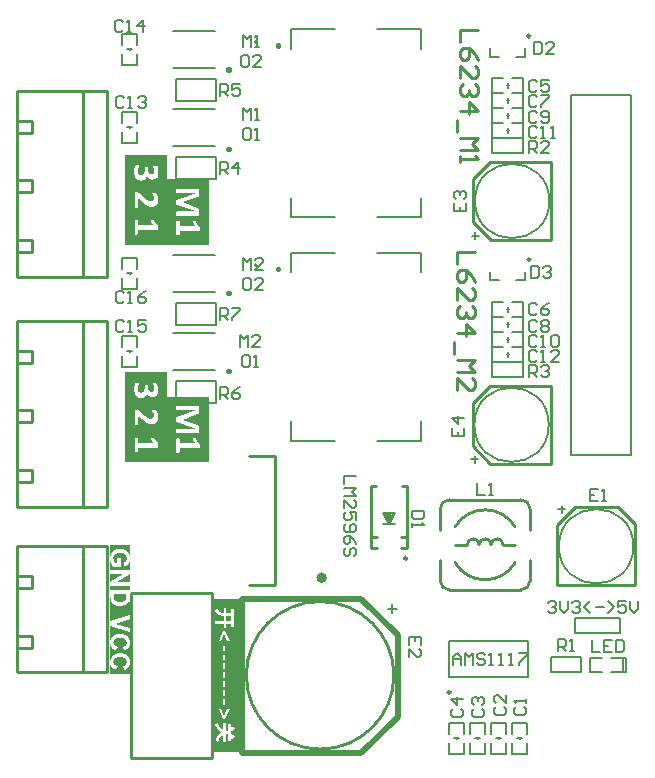
<source format=gto>
G04*
G04 #@! TF.GenerationSoftware,Altium Limited,Altium Designer,21.5.1 (32)*
G04*
G04 Layer_Color=65535*
%FSLAX25Y25*%
%MOIN*%
G70*
G04*
G04 #@! TF.SameCoordinates,CE483D93-7A72-4320-8099-22F1C2E0D062*
G04*
G04*
G04 #@! TF.FilePolarity,Positive*
G04*
G01*
G75*
%ADD10C,0.00787*%
%ADD11C,0.01968*%
%ADD12C,0.01000*%
%ADD13C,0.00984*%
%ADD14C,0.00800*%
%ADD15C,0.00500*%
%ADD16C,0.00600*%
%ADD17C,0.02000*%
G36*
X35037Y180776D02*
X48849D01*
Y159000D01*
X35000D01*
Y159033D01*
X21000D01*
Y188967D01*
X35037D01*
Y180776D01*
D02*
G37*
G36*
Y116467D02*
Y108388D01*
X48849D01*
Y86612D01*
X35037D01*
Y86533D01*
X21000D01*
Y116467D01*
X35037D01*
D02*
G37*
G36*
X59000Y-10044D02*
X50000D01*
Y41044D01*
X59000D01*
Y-10044D01*
D02*
G37*
G36*
X22628Y57685D02*
X20023D01*
X22628D01*
Y54673D01*
X22614Y54833D01*
X22600Y54985D01*
X22579Y55131D01*
X22551Y55270D01*
X22524Y55395D01*
X22496Y55513D01*
X22468Y55617D01*
X22440Y55714D01*
X22413Y55797D01*
X22385Y55867D01*
X22357Y55929D01*
X22336Y55978D01*
X22322Y56012D01*
X22315Y56033D01*
X22309Y56040D01*
X22225Y56186D01*
X22135Y56325D01*
X22045Y56457D01*
X21948Y56575D01*
X21844Y56686D01*
X21746Y56783D01*
X21649Y56880D01*
X21552Y56956D01*
X21462Y57033D01*
X21378Y57095D01*
X21302Y57144D01*
X21240Y57192D01*
X21184Y57227D01*
X21143Y57248D01*
X21115Y57262D01*
X21108Y57269D01*
X20962Y57345D01*
X20809Y57407D01*
X20657Y57463D01*
X20504Y57512D01*
X20351Y57546D01*
X20206Y57581D01*
X20060Y57609D01*
X19928Y57630D01*
X19803Y57650D01*
X19692Y57664D01*
X19588Y57671D01*
X19498Y57678D01*
X19428Y57685D01*
X16000D01*
X19331D01*
X19158Y57678D01*
X18991Y57671D01*
X18832Y57650D01*
X18672Y57630D01*
X18526Y57595D01*
X18387Y57567D01*
X18256Y57532D01*
X18131Y57498D01*
X18020Y57463D01*
X17922Y57428D01*
X17832Y57393D01*
X17763Y57366D01*
X17700Y57345D01*
X17659Y57324D01*
X17631Y57317D01*
X17624Y57310D01*
X17478Y57234D01*
X17346Y57158D01*
X17221Y57067D01*
X17104Y56977D01*
X16999Y56887D01*
X16895Y56790D01*
X16805Y56700D01*
X16729Y56609D01*
X16652Y56526D01*
X16590Y56450D01*
X16541Y56373D01*
X16493Y56318D01*
X16458Y56262D01*
X16437Y56228D01*
X16423Y56200D01*
X16416Y56193D01*
X16340Y56047D01*
X16278Y55901D01*
X16222Y55756D01*
X16173Y55603D01*
X16139Y55450D01*
X16104Y55305D01*
X16076Y55166D01*
X16056Y55034D01*
X16035Y54909D01*
X16021Y54798D01*
X16014Y54694D01*
X16007Y54604D01*
X16000Y54534D01*
Y54437D01*
X16007Y54291D01*
X16014Y54146D01*
X16049Y53861D01*
X16069Y53722D01*
X16097Y53597D01*
X16125Y53472D01*
X16153Y53361D01*
X16180Y53257D01*
X16201Y53160D01*
X16229Y53077D01*
X16250Y53007D01*
X16271Y52952D01*
X16285Y52910D01*
X16298Y52882D01*
Y52876D01*
X16354Y52737D01*
X16416Y52605D01*
X16472Y52480D01*
X16534Y52369D01*
X16590Y52258D01*
X16645Y52161D01*
X16701Y52078D01*
X16757Y51994D01*
X16805Y51925D01*
X16847Y51862D01*
X16888Y51814D01*
X16923Y51772D01*
X16951Y51737D01*
X16972Y51717D01*
X16978Y51703D01*
X16985Y51696D01*
X19546D01*
Y54479D01*
X18464D01*
Y53000D01*
X17645D01*
X17561Y53118D01*
X17492Y53237D01*
X17430Y53354D01*
X17374Y53465D01*
X17325Y53563D01*
X17291Y53639D01*
X17277Y53667D01*
X17270Y53688D01*
X17263Y53701D01*
Y53708D01*
X17208Y53861D01*
X17173Y54007D01*
X17145Y54139D01*
X17124Y54264D01*
X17110Y54368D01*
Y54416D01*
X17104Y54451D01*
Y54520D01*
X17110Y54673D01*
X17131Y54812D01*
X17159Y54944D01*
X17194Y55076D01*
X17235Y55194D01*
X17284Y55298D01*
X17333Y55402D01*
X17388Y55492D01*
X17444Y55568D01*
X17492Y55645D01*
X17541Y55700D01*
X17582Y55756D01*
X17617Y55790D01*
X17652Y55825D01*
X17666Y55839D01*
X17673Y55846D01*
X17784Y55936D01*
X17909Y56012D01*
X18040Y56082D01*
X18179Y56137D01*
X18325Y56186D01*
X18464Y56228D01*
X18609Y56262D01*
X18741Y56290D01*
X18873Y56311D01*
X18998Y56325D01*
X19102Y56339D01*
X19199Y56346D01*
X19276D01*
X19338Y56353D01*
X19373D01*
X19387D01*
X19581Y56346D01*
X19761Y56332D01*
X19928Y56304D01*
X20081Y56276D01*
X20226Y56235D01*
X20358Y56193D01*
X20476Y56151D01*
X20580Y56103D01*
X20678Y56054D01*
X20754Y56012D01*
X20823Y55971D01*
X20879Y55929D01*
X20927Y55901D01*
X20955Y55874D01*
X20976Y55860D01*
X20983Y55853D01*
X21080Y55756D01*
X21163Y55652D01*
X21233Y55541D01*
X21295Y55430D01*
X21351Y55318D01*
X21392Y55207D01*
X21427Y55096D01*
X21455Y54992D01*
X21476Y54895D01*
X21497Y54798D01*
X21510Y54715D01*
X21517Y54645D01*
X21524Y54590D01*
Y54506D01*
X21510Y54305D01*
X21483Y54125D01*
X21434Y53965D01*
X21385Y53833D01*
X21358Y53778D01*
X21337Y53722D01*
X21309Y53681D01*
X21288Y53646D01*
X21274Y53611D01*
X21260Y53590D01*
X21247Y53584D01*
Y53576D01*
X21136Y53445D01*
X21018Y53341D01*
X20893Y53250D01*
X20775Y53181D01*
X20671Y53125D01*
X20622Y53105D01*
X20580Y53091D01*
X20553Y53077D01*
X20525Y53070D01*
X20511Y53063D01*
X20504D01*
X20747Y51779D01*
X20907Y51821D01*
X21059Y51869D01*
X21205Y51932D01*
X21337Y51994D01*
X21455Y52064D01*
X21573Y52140D01*
X21677Y52209D01*
X21767Y52286D01*
X21850Y52355D01*
X21927Y52425D01*
X21982Y52487D01*
X22038Y52535D01*
X22079Y52584D01*
X22107Y52619D01*
X22121Y52640D01*
X22128Y52647D01*
X22218Y52778D01*
X22295Y52917D01*
X22357Y53063D01*
X22420Y53216D01*
X22468Y53375D01*
X22503Y53528D01*
X22537Y53681D01*
X22565Y53826D01*
X22586Y53965D01*
X22600Y54090D01*
X22614Y54208D01*
X22621Y54312D01*
X22628Y54388D01*
Y51696D01*
X22628D01*
Y29356D01*
X20051D01*
X22628D01*
Y26365D01*
X22621Y26608D01*
X22593Y26844D01*
X22544Y27066D01*
X22489Y27274D01*
X22420Y27468D01*
X22350Y27642D01*
X22267Y27808D01*
X22184Y27954D01*
X22100Y28086D01*
X22024Y28204D01*
X21948Y28301D01*
X21878Y28384D01*
X21823Y28454D01*
X21781Y28495D01*
X21746Y28530D01*
X21739Y28537D01*
X21566Y28683D01*
X21378Y28808D01*
X21184Y28919D01*
X20983Y29009D01*
X20775Y29092D01*
X20567Y29155D01*
X20365Y29210D01*
X20164Y29252D01*
X19984Y29287D01*
X19810Y29314D01*
X19650Y29328D01*
X19519Y29342D01*
X19408Y29349D01*
X19366Y29356D01*
X16007D01*
X19255D01*
X18977Y29349D01*
X18721Y29321D01*
X18478Y29280D01*
X18249Y29231D01*
X18033Y29168D01*
X17839Y29099D01*
X17659Y29023D01*
X17499Y28946D01*
X17353Y28870D01*
X17228Y28794D01*
X17124Y28724D01*
X17034Y28662D01*
X16965Y28613D01*
X16916Y28572D01*
X16881Y28544D01*
X16874Y28537D01*
X16722Y28377D01*
X16590Y28211D01*
X16472Y28037D01*
X16375Y27864D01*
X16292Y27690D01*
X16222Y27517D01*
X16160Y27343D01*
X16118Y27184D01*
X16076Y27031D01*
X16056Y26885D01*
X16035Y26760D01*
X16021Y26656D01*
X16014Y26566D01*
X16007Y26497D01*
Y26441D01*
X16014Y26254D01*
X16028Y26073D01*
X16056Y25900D01*
X16083Y25740D01*
X16125Y25587D01*
X16167Y25449D01*
X16215Y25317D01*
X16264Y25206D01*
X16305Y25095D01*
X16354Y25005D01*
X16396Y24928D01*
X16437Y24859D01*
X16465Y24810D01*
X16493Y24769D01*
X16507Y24748D01*
X16514Y24741D01*
X16618Y24616D01*
X16729Y24505D01*
X16847Y24401D01*
X16978Y24304D01*
X17104Y24220D01*
X17235Y24137D01*
X17367Y24068D01*
X17492Y24005D01*
X17610Y23950D01*
X17721Y23901D01*
X17825Y23866D01*
X17909Y23832D01*
X17985Y23804D01*
X18033Y23790D01*
X18068Y23776D01*
X16007D01*
X20621D01*
X18082D01*
X18471Y25032D01*
X18346Y25067D01*
X18221Y25102D01*
X18110Y25143D01*
X18013Y25185D01*
X17915Y25234D01*
X17832Y25275D01*
X17756Y25324D01*
X17686Y25365D01*
X17631Y25407D01*
X17575Y25449D01*
X17534Y25483D01*
X17499Y25511D01*
X17471Y25539D01*
X17450Y25560D01*
X17444Y25567D01*
X17437Y25574D01*
X17381Y25643D01*
X17333Y25719D01*
X17249Y25865D01*
X17194Y26011D01*
X17152Y26150D01*
X17131Y26274D01*
X17117Y26323D01*
Y26372D01*
X17110Y26406D01*
Y26455D01*
X17117Y26580D01*
X17131Y26705D01*
X17159Y26823D01*
X17194Y26927D01*
X17228Y27031D01*
X17270Y27121D01*
X17319Y27211D01*
X17367Y27288D01*
X17416Y27357D01*
X17464Y27420D01*
X17506Y27468D01*
X17541Y27517D01*
X17575Y27545D01*
X17603Y27572D01*
X17617Y27586D01*
X17624Y27593D01*
X17728Y27670D01*
X17846Y27732D01*
X17971Y27794D01*
X18110Y27843D01*
X18256Y27885D01*
X18394Y27919D01*
X18679Y27968D01*
X18818Y27989D01*
X18943Y28003D01*
X19054Y28010D01*
X19158Y28016D01*
X19234Y28023D01*
X19297D01*
X19338D01*
X19352D01*
X19560Y28016D01*
X19755Y28003D01*
X19928Y27982D01*
X20095Y27954D01*
X20247Y27919D01*
X20379Y27885D01*
X20504Y27843D01*
X20608Y27801D01*
X20705Y27767D01*
X20789Y27725D01*
X20858Y27690D01*
X20913Y27656D01*
X20955Y27628D01*
X20990Y27607D01*
X21004Y27593D01*
X21011Y27586D01*
X21101Y27503D01*
X21177Y27406D01*
X21247Y27316D01*
X21309Y27218D01*
X21358Y27121D01*
X21399Y27024D01*
X21434Y26927D01*
X21462Y26837D01*
X21483Y26753D01*
X21497Y26677D01*
X21510Y26608D01*
X21517Y26545D01*
X21524Y26497D01*
Y26427D01*
X21510Y26240D01*
X21476Y26073D01*
X21434Y25928D01*
X21378Y25796D01*
X21323Y25692D01*
X21302Y25650D01*
X21281Y25615D01*
X21260Y25587D01*
X21247Y25567D01*
X21240Y25560D01*
X21233Y25553D01*
X21115Y25428D01*
X20990Y25324D01*
X20858Y25240D01*
X20733Y25178D01*
X20622Y25129D01*
X20573Y25109D01*
X20532Y25095D01*
X20497Y25088D01*
X20469Y25081D01*
X20456Y25074D01*
X20448D01*
X20754Y23797D01*
X20893Y23839D01*
X21025Y23887D01*
X21143Y23943D01*
X21260Y23991D01*
X21365Y24047D01*
X21462Y24102D01*
X21545Y24158D01*
X21628Y24206D01*
X21698Y24262D01*
X21760Y24304D01*
X21809Y24345D01*
X21850Y24387D01*
X21885Y24415D01*
X21906Y24435D01*
X21920Y24449D01*
X21927Y24456D01*
X22052Y24602D01*
X22156Y24748D01*
X22253Y24907D01*
X22329Y25067D01*
X22399Y25227D01*
X22454Y25386D01*
X22503Y25539D01*
X22537Y25685D01*
X22572Y25824D01*
X22593Y25955D01*
X22607Y26073D01*
X22614Y26170D01*
X22621Y26254D01*
X22628Y26309D01*
Y23776D01*
X22628D01*
Y22895D01*
X19931D01*
X22628D01*
Y19904D01*
X22621Y20146D01*
X22593Y20382D01*
X22544Y20605D01*
X22489Y20813D01*
X22420Y21007D01*
X22350Y21181D01*
X22267Y21347D01*
X22184Y21493D01*
X22100Y21625D01*
X22024Y21743D01*
X21948Y21840D01*
X21878Y21923D01*
X21823Y21993D01*
X21781Y22034D01*
X21746Y22069D01*
X21739Y22076D01*
X21566Y22222D01*
X21378Y22346D01*
X21184Y22458D01*
X20983Y22548D01*
X20775Y22631D01*
X20567Y22693D01*
X20365Y22749D01*
X20164Y22791D01*
X19984Y22825D01*
X19810Y22853D01*
X19650Y22867D01*
X19519Y22881D01*
X19408Y22888D01*
X19366Y22895D01*
X16007D01*
X19255D01*
X18977Y22888D01*
X18721Y22860D01*
X18478Y22818D01*
X18249Y22770D01*
X18033Y22707D01*
X17839Y22638D01*
X17659Y22562D01*
X17499Y22485D01*
X17353Y22409D01*
X17228Y22333D01*
X17124Y22263D01*
X17034Y22201D01*
X16965Y22152D01*
X16916Y22111D01*
X16881Y22083D01*
X16874Y22076D01*
X16722Y21916D01*
X16590Y21750D01*
X16472Y21576D01*
X16375Y21403D01*
X16292Y21229D01*
X16222Y21056D01*
X16160Y20882D01*
X16118Y20723D01*
X16076Y20570D01*
X16056Y20424D01*
X16035Y20299D01*
X16021Y20195D01*
X16014Y20105D01*
X16007Y20035D01*
Y19980D01*
X16014Y19793D01*
X16028Y19612D01*
X16056Y19439D01*
X16083Y19279D01*
X16125Y19126D01*
X16167Y18988D01*
X16215Y18856D01*
X16264Y18745D01*
X16305Y18634D01*
X16354Y18543D01*
X16396Y18467D01*
X16437Y18398D01*
X16465Y18349D01*
X16493Y18307D01*
X16507Y18287D01*
X16514Y18280D01*
X16618Y18155D01*
X16729Y18044D01*
X16847Y17940D01*
X16978Y17842D01*
X17104Y17759D01*
X17235Y17676D01*
X17367Y17606D01*
X17492Y17544D01*
X17610Y17489D01*
X17721Y17440D01*
X17825Y17405D01*
X17909Y17370D01*
X17985Y17343D01*
X18033Y17329D01*
X18068Y17315D01*
X16007D01*
X20521D01*
X18082D01*
X18471Y18571D01*
X18346Y18606D01*
X18221Y18641D01*
X18110Y18682D01*
X18013Y18724D01*
X17915Y18772D01*
X17832Y18814D01*
X17756Y18863D01*
X17686Y18904D01*
X17631Y18946D01*
X17575Y18988D01*
X17534Y19022D01*
X17499Y19050D01*
X17471Y19078D01*
X17450Y19099D01*
X17444Y19105D01*
X17437Y19113D01*
X17381Y19182D01*
X17333Y19258D01*
X17249Y19404D01*
X17194Y19550D01*
X17152Y19689D01*
X17131Y19813D01*
X17117Y19862D01*
Y19911D01*
X17110Y19945D01*
Y19994D01*
X17117Y20119D01*
X17131Y20244D01*
X17159Y20362D01*
X17194Y20466D01*
X17228Y20570D01*
X17270Y20660D01*
X17319Y20750D01*
X17367Y20827D01*
X17416Y20896D01*
X17464Y20958D01*
X17506Y21007D01*
X17541Y21056D01*
X17575Y21083D01*
X17603Y21111D01*
X17617Y21125D01*
X17624Y21132D01*
X17728Y21208D01*
X17846Y21271D01*
X17971Y21333D01*
X18110Y21382D01*
X18256Y21423D01*
X18394Y21458D01*
X18679Y21507D01*
X18818Y21528D01*
X18943Y21542D01*
X19054Y21548D01*
X19158Y21555D01*
X19234Y21562D01*
X19297D01*
X19338D01*
X19352D01*
X19560Y21555D01*
X19755Y21542D01*
X19928Y21521D01*
X20095Y21493D01*
X20247Y21458D01*
X20379Y21423D01*
X20504Y21382D01*
X20608Y21340D01*
X20705Y21305D01*
X20789Y21264D01*
X20858Y21229D01*
X20913Y21194D01*
X20955Y21167D01*
X20990Y21146D01*
X21004Y21132D01*
X21011Y21125D01*
X21101Y21042D01*
X21177Y20945D01*
X21247Y20854D01*
X21309Y20757D01*
X21358Y20660D01*
X21399Y20563D01*
X21434Y20466D01*
X21462Y20376D01*
X21483Y20292D01*
X21497Y20216D01*
X21510Y20146D01*
X21517Y20084D01*
X21524Y20035D01*
Y19966D01*
X21510Y19779D01*
X21476Y19612D01*
X21434Y19466D01*
X21378Y19334D01*
X21323Y19230D01*
X21302Y19189D01*
X21281Y19154D01*
X21260Y19126D01*
X21247Y19105D01*
X21240Y19099D01*
X21233Y19092D01*
X21115Y18967D01*
X20990Y18863D01*
X20858Y18779D01*
X20733Y18717D01*
X20622Y18668D01*
X20573Y18647D01*
X20532Y18634D01*
X20497Y18627D01*
X20469Y18620D01*
X20456Y18613D01*
X20448D01*
X20754Y17336D01*
X20893Y17378D01*
X21025Y17426D01*
X21143Y17482D01*
X21260Y17530D01*
X21365Y17586D01*
X21462Y17641D01*
X21545Y17697D01*
X21628Y17745D01*
X21698Y17801D01*
X21760Y17842D01*
X21809Y17884D01*
X21850Y17926D01*
X21885Y17954D01*
X21906Y17974D01*
X21920Y17988D01*
X21927Y17995D01*
X22052Y18141D01*
X22156Y18287D01*
X22253Y18446D01*
X22329Y18606D01*
X22399Y18766D01*
X22454Y18925D01*
X22503Y19078D01*
X22537Y19223D01*
X22572Y19362D01*
X22593Y19494D01*
X22607Y19612D01*
X22614Y19709D01*
X22621Y19793D01*
X22628Y19848D01*
Y17315D01*
X22628D01*
Y15908D01*
X16000D01*
Y59092D01*
X22628D01*
Y57685D01*
D02*
G37*
%LPC*%
G36*
X32037Y185581D02*
X26817D01*
X32037D01*
Y183239D01*
X32026Y183395D01*
X32016Y183530D01*
X31995Y183645D01*
X31984Y183749D01*
X31964Y183822D01*
X31953Y183863D01*
Y183884D01*
X31922Y184020D01*
X31891Y184144D01*
X31860Y184249D01*
X31828Y184353D01*
X31808Y184426D01*
X31787Y184488D01*
X31776Y184530D01*
X31766Y184540D01*
X31724Y184644D01*
X31693Y184728D01*
X31651Y184811D01*
X31620Y184884D01*
X31589Y184936D01*
X31568Y184977D01*
X31558Y184998D01*
X31547Y185009D01*
X31506Y185071D01*
X31474Y185123D01*
X31422Y185196D01*
X31391Y185238D01*
X31381Y185248D01*
X31339Y185290D01*
X31308Y185321D01*
X31287Y185331D01*
X31277Y185342D01*
X31204Y185373D01*
X31172Y185383D01*
X31162D01*
X31110Y185394D01*
X31058D01*
X31016Y185404D01*
X30996D01*
X30912D01*
X30839D01*
X30777D01*
X30756D01*
X30746D01*
X30621D01*
X30538Y185394D01*
X30475D01*
X30465D01*
X30454D01*
X30381Y185383D01*
X30319Y185373D01*
X30288Y185363D01*
X30277D01*
X30246Y185342D01*
X30225Y185331D01*
X30204Y185310D01*
X30184Y185248D01*
Y185217D01*
X30194Y185154D01*
X30236Y185081D01*
X30267Y185019D01*
X30277Y185009D01*
Y184998D01*
X30350Y184873D01*
X30413Y184748D01*
X30444Y184696D01*
X30465Y184655D01*
X30485Y184634D01*
Y184623D01*
X30569Y184457D01*
X30631Y184301D01*
X30662Y184228D01*
X30673Y184176D01*
X30694Y184144D01*
Y184134D01*
X30746Y183926D01*
X30766Y183822D01*
X30777Y183728D01*
X30787Y183655D01*
Y183541D01*
X30777Y183353D01*
X30766Y183270D01*
X30746Y183208D01*
X30735Y183145D01*
X30714Y183104D01*
X30704Y183083D01*
Y183072D01*
X30642Y182937D01*
X30569Y182823D01*
X30548Y182791D01*
X30517Y182760D01*
X30506Y182750D01*
X30496Y182739D01*
X30392Y182656D01*
X30298Y182594D01*
X30256Y182573D01*
X30225Y182552D01*
X30204Y182541D01*
X30194D01*
X30059Y182500D01*
X29944Y182479D01*
X29892Y182468D01*
X29850D01*
X29830D01*
X29819D01*
X29632Y182489D01*
X29548Y182500D01*
X29486Y182521D01*
X29424Y182541D01*
X29382Y182552D01*
X29351Y182573D01*
X29340D01*
X29195Y182656D01*
X29080Y182750D01*
X29038Y182791D01*
X29007Y182823D01*
X28986Y182843D01*
X28976Y182854D01*
X28882Y182999D01*
X28809Y183145D01*
X28778Y183208D01*
X28768Y183260D01*
X28747Y183291D01*
Y183301D01*
X28705Y183510D01*
X28695Y183614D01*
X28684Y183707D01*
X28674Y183791D01*
Y184644D01*
X28664Y184686D01*
X28653Y184707D01*
X28643Y184717D01*
X28622Y184748D01*
X28591Y184769D01*
X28570Y184790D01*
X28560Y184800D01*
X28508Y184821D01*
X28445Y184832D01*
X28403Y184842D01*
X28393D01*
X28383D01*
X28299Y184852D01*
X28206D01*
X28164D01*
X28133D01*
X28112D01*
X28102D01*
X27977D01*
X27883Y184842D01*
X27821D01*
X27810D01*
X27800D01*
X27727Y184832D01*
X27664Y184821D01*
X27633Y184800D01*
X27623D01*
X27581Y184769D01*
X27560Y184738D01*
X27539Y184717D01*
Y184707D01*
X27529Y184655D01*
X27519Y184613D01*
Y183739D01*
X27508Y183603D01*
X27487Y183478D01*
X27477Y183374D01*
X27456Y183291D01*
X27435Y183218D01*
X27425Y183176D01*
Y183166D01*
X27394Y183052D01*
X27352Y182947D01*
X27310Y182864D01*
X27279Y182781D01*
X27237Y182729D01*
X27217Y182677D01*
X27196Y182656D01*
X27185Y182645D01*
X27071Y182510D01*
X26946Y182406D01*
X26894Y182375D01*
X26863Y182354D01*
X26831Y182333D01*
X26821D01*
X26738Y182292D01*
X26655Y182271D01*
X26509Y182229D01*
X26436D01*
X26384Y182219D01*
X26353D01*
X26342D01*
X26165Y182229D01*
X26092Y182250D01*
X26030Y182260D01*
X25967Y182281D01*
X25926Y182302D01*
X25905Y182312D01*
X25895D01*
X25759Y182385D01*
X25645Y182468D01*
X25603Y182510D01*
X25582Y182541D01*
X25561Y182562D01*
X25551Y182573D01*
X25457Y182718D01*
X25385Y182854D01*
X25364Y182916D01*
X25343Y182968D01*
X25332Y182999D01*
Y183010D01*
X25291Y183208D01*
X25280Y183301D01*
X25270Y183385D01*
X25260Y183468D01*
Y183728D01*
X25270Y183853D01*
X25280Y183978D01*
X25301Y184082D01*
X25312Y184165D01*
X25322Y184228D01*
X25332Y184269D01*
Y184280D01*
X25364Y184384D01*
X25395Y184488D01*
X25426Y184582D01*
X25457Y184655D01*
X25478Y184717D01*
X25499Y184769D01*
X25510Y184800D01*
Y184811D01*
X25572Y184967D01*
X25603Y185029D01*
X25634Y185081D01*
X25655Y185123D01*
X25676Y185154D01*
X25686Y185175D01*
Y185186D01*
X25738Y185279D01*
X25759Y185342D01*
X25770Y185383D01*
Y185425D01*
X25749Y185456D01*
X25718Y185498D01*
X25676Y185529D01*
X25666Y185539D01*
X25655D01*
X25603Y185550D01*
X25541Y185560D01*
X25405Y185571D01*
X25343Y185581D01*
X24000D01*
X24958D01*
X24874Y185571D01*
X24812Y185560D01*
X24760Y185550D01*
X24749D01*
X24687Y185529D01*
X24645Y185519D01*
X24614Y185508D01*
X24604D01*
X24531Y185456D01*
X24510Y185435D01*
X24500Y185425D01*
X24458Y185363D01*
X24416Y185290D01*
X24385Y185227D01*
X24364Y185206D01*
Y185196D01*
X24302Y185050D01*
X24239Y184915D01*
X24219Y184852D01*
X24198Y184800D01*
X24187Y184769D01*
Y184759D01*
X24135Y184550D01*
X24114Y184446D01*
X24094Y184353D01*
X24083Y184269D01*
X24073Y184207D01*
X24062Y184155D01*
Y184144D01*
X24031Y183874D01*
X24010Y183749D01*
Y183634D01*
X24000Y183541D01*
Y183395D01*
X24010Y183156D01*
X24021Y182927D01*
X24052Y182729D01*
X24083Y182541D01*
X24104Y182396D01*
X24135Y182281D01*
X24146Y182239D01*
Y182208D01*
X24156Y182198D01*
Y182187D01*
X24219Y181990D01*
X24292Y181802D01*
X24375Y181646D01*
X24448Y181511D01*
X24510Y181396D01*
X24562Y181313D01*
X24604Y181261D01*
X24614Y181240D01*
X24739Y181105D01*
X24864Y180980D01*
X24989Y180876D01*
X25114Y180782D01*
X25218Y180720D01*
X25301Y180668D01*
X25353Y180636D01*
X25374Y180626D01*
X25551Y180553D01*
X25728Y180491D01*
X25895Y180449D01*
X26061Y180428D01*
X26197Y180407D01*
X26311Y180397D01*
X24000D01*
X26530D01*
X26655Y180418D01*
X26759Y180439D01*
X26852Y180459D01*
X26936Y180480D01*
X26998Y180501D01*
X27040Y180511D01*
X27050Y180522D01*
X27258Y180626D01*
X27352Y180688D01*
X27435Y180740D01*
X27498Y180792D01*
X27550Y180834D01*
X27581Y180865D01*
X27591Y180876D01*
X27758Y181053D01*
X27831Y181147D01*
X27893Y181230D01*
X27935Y181303D01*
X27966Y181365D01*
X27987Y181407D01*
X27997Y181417D01*
X28091Y181667D01*
X28133Y181792D01*
X28164Y181906D01*
X28185Y182000D01*
X28195Y182073D01*
X28206Y182125D01*
Y182146D01*
X28216D01*
X28247Y182021D01*
X28289Y181906D01*
X28331Y181802D01*
X28372Y181719D01*
X28414Y181646D01*
X28435Y181584D01*
X28455Y181552D01*
X28466Y181542D01*
X28539Y181448D01*
X28601Y181365D01*
X28674Y181292D01*
X28736Y181230D01*
X28799Y181178D01*
X28841Y181147D01*
X28872Y181126D01*
X28882Y181115D01*
X29070Y181001D01*
X29163Y180949D01*
X29247Y180917D01*
X29320Y180886D01*
X29372Y180865D01*
X29413Y180845D01*
X29424D01*
X29663Y180792D01*
X29767Y180772D01*
X29871Y180761D01*
X29965Y180751D01*
X30027D01*
X30079D01*
X30090D01*
X30256Y180761D01*
X30413Y180772D01*
X30548Y180803D01*
X30673Y180824D01*
X30766Y180855D01*
X30839Y180886D01*
X30881Y180897D01*
X30902Y180907D01*
X31037Y180970D01*
X31152Y181042D01*
X31256Y181115D01*
X31350Y181199D01*
X31422Y181261D01*
X31474Y181313D01*
X31506Y181355D01*
X31516Y181365D01*
X31610Y181480D01*
X31683Y181605D01*
X31745Y181719D01*
X31808Y181834D01*
X31849Y181938D01*
X31880Y182021D01*
X31891Y182073D01*
X31901Y182094D01*
X31943Y182260D01*
X31984Y182427D01*
X32005Y182594D01*
X32016Y182750D01*
X32026Y182885D01*
X32037Y182989D01*
Y180397D01*
D01*
Y185581D01*
D02*
G37*
G36*
Y176556D02*
X25084D01*
X32037D01*
D01*
D02*
G37*
G36*
X25020D02*
X24135D01*
X24645D01*
X24541Y176545D01*
X24500D01*
X24468Y176535D01*
X24458D01*
X24448D01*
X24354Y176504D01*
X24292Y176483D01*
X24250Y176462D01*
X24239Y176452D01*
X24198Y176400D01*
X24177Y176347D01*
X24156Y176306D01*
Y176295D01*
X24146Y176212D01*
X24135Y176139D01*
Y176233D01*
Y171600D01*
X24146Y171559D01*
X24156Y171528D01*
X24167Y171507D01*
Y171496D01*
X24198Y171465D01*
X24229Y171434D01*
X24260Y171423D01*
X24271Y171413D01*
X24343Y171392D01*
X24406Y171382D01*
X24458Y171371D01*
X24479D01*
X24573Y171361D01*
X24677Y171351D01*
X24135D01*
X24885D01*
X24979Y171361D01*
X25041Y171371D01*
X25051D01*
X25062D01*
X25145Y171392D01*
X25208Y171413D01*
X25249Y171423D01*
X25260Y171434D01*
X25312Y171455D01*
X25353Y171486D01*
X25364Y171507D01*
X25374Y171517D01*
X25395Y171559D01*
X25416Y171590D01*
Y174682D01*
X26342Y173776D01*
X26592Y173537D01*
X26811Y173318D01*
X27019Y173131D01*
X27185Y172975D01*
X27331Y172850D01*
X27435Y172756D01*
X27477Y172725D01*
X27508Y172704D01*
X27519Y172683D01*
X27529D01*
X27716Y172537D01*
X27893Y172402D01*
X28049Y172298D01*
X28185Y172204D01*
X28299Y172131D01*
X28393Y172079D01*
X28445Y172048D01*
X28466Y172038D01*
X28622Y171954D01*
X28768Y171892D01*
X28903Y171840D01*
X29018Y171798D01*
X29122Y171767D01*
X29195Y171746D01*
X29236Y171736D01*
X29257D01*
X29528Y171694D01*
X29653Y171684D01*
X29767Y171673D01*
X29861Y171663D01*
X29934D01*
X29975D01*
X29996D01*
X30152Y171673D01*
X30308Y171684D01*
X30444Y171715D01*
X30569Y171736D01*
X30662Y171767D01*
X30746Y171798D01*
X30787Y171809D01*
X30808Y171819D01*
X30944Y171882D01*
X31068Y171954D01*
X31172Y172027D01*
X31277Y172100D01*
X31350Y172163D01*
X31402Y172215D01*
X31443Y172256D01*
X31454Y172267D01*
X31547Y172381D01*
X31631Y172506D01*
X31703Y172631D01*
X31766Y172746D01*
X31818Y172860D01*
X31849Y172943D01*
X31870Y172995D01*
X31880Y173006D01*
Y173016D01*
X31932Y173193D01*
X31974Y173370D01*
X31995Y173547D01*
X32016Y173714D01*
X32026Y173849D01*
X32037Y173964D01*
Y174213D01*
X32026Y174349D01*
X32016Y174474D01*
X32005Y174578D01*
X31984Y174671D01*
X31974Y174744D01*
X31964Y174786D01*
Y174807D01*
X31932Y174932D01*
X31901Y175057D01*
X31880Y175171D01*
X31849Y175265D01*
X31828Y175348D01*
X31808Y175410D01*
X31787Y175452D01*
Y175463D01*
X31745Y175567D01*
X31714Y175660D01*
X31672Y175744D01*
X31641Y175817D01*
X31610Y175869D01*
X31589Y175921D01*
X31578Y175942D01*
X31568Y175952D01*
X31526Y176025D01*
X31495Y176077D01*
X31443Y176171D01*
X31402Y176212D01*
X31391Y176233D01*
X31339Y176275D01*
X31297Y176316D01*
X31277Y176327D01*
X31266Y176337D01*
X31183Y176368D01*
X31152Y176379D01*
X31141D01*
X31089Y176389D01*
X31037Y176400D01*
X31006Y176410D01*
X30985D01*
X30912D01*
X30829D01*
X30766D01*
X30756D01*
X30746D01*
X30610D01*
X30496Y176400D01*
X30454D01*
X30433D01*
X30413D01*
X30402D01*
X30308Y176389D01*
X30236Y176379D01*
X30194Y176368D01*
X30173D01*
X30121Y176347D01*
X30090Y176327D01*
X30069Y176306D01*
X30059D01*
X30038Y176275D01*
X30027Y176233D01*
Y176202D01*
X30038Y176139D01*
X30069Y176066D01*
X30100Y176014D01*
X30111Y176004D01*
Y175994D01*
X30184Y175879D01*
X30246Y175765D01*
X30267Y175723D01*
X30288Y175681D01*
X30308Y175660D01*
Y175650D01*
X30392Y175483D01*
X30454Y175327D01*
X30485Y175265D01*
X30496Y175213D01*
X30517Y175181D01*
Y175171D01*
X30569Y174952D01*
X30590Y174848D01*
X30600Y174744D01*
X30610Y174661D01*
Y174536D01*
X30600Y174359D01*
X30590Y174286D01*
X30569Y174224D01*
X30558Y174172D01*
X30538Y174130D01*
X30527Y174109D01*
Y174099D01*
X30465Y173974D01*
X30392Y173880D01*
X30340Y173818D01*
X30329Y173797D01*
X30319D01*
X30215Y173714D01*
X30121Y173651D01*
X30079Y173630D01*
X30048Y173620D01*
X30027Y173610D01*
X30017D01*
X29882Y173568D01*
X29767Y173547D01*
X29715Y173537D01*
X29673D01*
X29653D01*
X29642D01*
X29476Y173547D01*
X29330Y173558D01*
X29267Y173568D01*
X29226Y173578D01*
X29195Y173589D01*
X29184D01*
X29007Y173641D01*
X28914Y173672D01*
X28830Y173703D01*
X28768Y173734D01*
X28716Y173766D01*
X28674Y173776D01*
X28664Y173787D01*
X28560Y173839D01*
X28445Y173901D01*
X28341Y173964D01*
X28237Y174026D01*
X28154Y174089D01*
X28091Y174130D01*
X28049Y174161D01*
X28029Y174172D01*
X27893Y174266D01*
X27768Y174370D01*
X27633Y174484D01*
X27519Y174588D01*
X27415Y174671D01*
X27342Y174755D01*
X27290Y174796D01*
X27269Y174817D01*
X25832Y176160D01*
X25749Y176243D01*
X25676Y176306D01*
X25624Y176347D01*
X25603Y176358D01*
X25530Y176410D01*
X25457Y176452D01*
X25405Y176472D01*
X25395Y176483D01*
X25385D01*
X25291Y176514D01*
X25208Y176524D01*
X25145Y176545D01*
X25135D01*
X25124D01*
X25020Y176556D01*
D02*
G37*
G36*
X45797Y177664D02*
X38000D01*
X38250D01*
X38208Y177654D01*
X38167Y177644D01*
X38146Y177633D01*
X38135D01*
X38104Y177602D01*
X38083Y177560D01*
X38073Y177529D01*
X38063Y177519D01*
X38042Y177446D01*
X38031Y177373D01*
X38021Y177311D01*
Y177290D01*
X38010Y177175D01*
X38000Y177050D01*
Y173427D01*
Y176779D01*
X38010Y176665D01*
Y176623D01*
X38021Y176592D01*
Y176571D01*
X38031Y176478D01*
X38042Y176405D01*
X38063Y176353D01*
Y176342D01*
X38083Y176280D01*
X38115Y176249D01*
X38125Y176228D01*
X38135Y176217D01*
X38177Y176197D01*
X38208Y176176D01*
X38239D01*
X38250D01*
X44569D01*
Y176165D01*
X38250Y173990D01*
X38208Y173979D01*
X38167Y173958D01*
X38146Y173938D01*
X38135Y173927D01*
X38104Y173875D01*
X38083Y173823D01*
X38073Y173782D01*
X38063Y173771D01*
X38042Y173698D01*
X38031Y173625D01*
X38021Y173563D01*
Y173542D01*
X38010Y173427D01*
X38000Y173313D01*
Y168618D01*
D01*
Y169222D01*
X38010Y169107D01*
Y169066D01*
X38021Y169024D01*
Y169003D01*
X38031Y168910D01*
X38042Y168837D01*
X38063Y168785D01*
Y168774D01*
X38083Y168722D01*
X38115Y168681D01*
X38125Y168670D01*
X38135Y168660D01*
X38177Y168639D01*
X38208Y168618D01*
X45162D01*
X45266Y168629D01*
X45349Y168639D01*
X45401Y168649D01*
X45422Y168660D01*
X45506Y168691D01*
X45568Y168733D01*
X45610Y168764D01*
X45620Y168774D01*
X45672Y168837D01*
X45714Y168899D01*
X45735Y168951D01*
X45745Y168962D01*
Y168972D01*
X45776Y169066D01*
X45787Y169149D01*
X45797Y169211D01*
Y170305D01*
X45787Y170461D01*
X45776Y170586D01*
X45766Y170627D01*
X45755Y170669D01*
X45745Y170690D01*
Y170700D01*
X45703Y170815D01*
X45651Y170908D01*
X45610Y170971D01*
X45599Y170981D01*
X45589Y170992D01*
X45506Y171075D01*
X45412Y171137D01*
X45370Y171169D01*
X45339Y171179D01*
X45318Y171200D01*
X45308D01*
X45173Y171262D01*
X45037Y171314D01*
X44975Y171335D01*
X44933Y171356D01*
X44902Y171366D01*
X44891D01*
X40269Y173115D01*
Y173136D01*
X44902Y174822D01*
X45068Y174885D01*
X45141Y174906D01*
X45204Y174937D01*
X45256Y174958D01*
X45287Y174979D01*
X45308Y174999D01*
X45318D01*
X45433Y175072D01*
X45526Y175156D01*
X45579Y175218D01*
X45599Y175229D01*
Y175239D01*
X45662Y175343D01*
X45714Y175458D01*
X45724Y175499D01*
X45735Y175541D01*
X45745Y175562D01*
Y175572D01*
X45776Y175728D01*
X45787Y175884D01*
X45797Y175947D01*
Y177081D01*
X45787Y177175D01*
X45776Y177258D01*
X45745Y177331D01*
X45714Y177394D01*
X45683Y177446D01*
X45662Y177477D01*
X45641Y177498D01*
X45630Y177508D01*
X45568Y177560D01*
X45485Y177602D01*
X45412Y177623D01*
X45339Y177644D01*
X45266Y177654D01*
X45214Y177664D01*
X45797D01*
D01*
D02*
G37*
G36*
X31953Y167197D02*
X24135D01*
X29986D01*
X29934Y167187D01*
X29892D01*
X29861D01*
X29850D01*
X29840D01*
X29757Y167166D01*
X29705Y167145D01*
X29673Y167124D01*
X29663Y167114D01*
X29632Y167072D01*
X29621Y167031D01*
Y166978D01*
X29642Y166906D01*
X29673Y166833D01*
X29705Y166770D01*
X29715Y166760D01*
Y166749D01*
X30402Y165500D01*
X25353D01*
Y166947D01*
X25343Y166978D01*
X25332Y167010D01*
X25322Y167031D01*
X25312Y167041D01*
X25280Y167072D01*
X25249Y167093D01*
X25218Y167114D01*
X25208Y167124D01*
X25145Y167145D01*
X25083Y167155D01*
X25041Y167166D01*
X25031D01*
X25020D01*
X24927Y167176D01*
X24833D01*
X24791D01*
X24760D01*
X24739D01*
X24729D01*
X24614D01*
X24531Y167166D01*
X24468D01*
X24458D01*
X24448D01*
X24375Y167145D01*
X24312Y167135D01*
X24271Y167114D01*
X24260D01*
X24219Y167093D01*
X24177Y167062D01*
X24167Y167051D01*
X24156Y167041D01*
X24135Y166978D01*
Y167010D01*
Y162419D01*
Y162627D01*
X24146Y162596D01*
X24156Y162575D01*
Y162565D01*
X24187Y162533D01*
X24219Y162513D01*
X24250Y162492D01*
X24260D01*
X24323Y162471D01*
X24385Y162450D01*
X24427Y162440D01*
X24448D01*
X24541Y162429D01*
X24635Y162419D01*
X24854D01*
X24937Y162429D01*
X24999Y162440D01*
X25020D01*
X25093Y162450D01*
X25155Y162471D01*
X25197Y162481D01*
X25208Y162492D01*
X25260Y162513D01*
X25291Y162544D01*
X25301Y162554D01*
X25312Y162565D01*
X25332Y162596D01*
X25353Y162627D01*
Y163928D01*
X31766D01*
X31797D01*
X31828Y163939D01*
X31839Y163949D01*
X31849Y163960D01*
X31880Y163980D01*
X31901Y164012D01*
X31912Y164043D01*
Y164053D01*
X31922Y164116D01*
X31932Y164189D01*
X31943Y164251D01*
Y164272D01*
X31953Y164386D01*
Y163939D01*
Y164855D01*
X31943Y164917D01*
Y165073D01*
X31932Y165115D01*
Y165126D01*
X31922Y165178D01*
X31912Y165219D01*
X31901Y165240D01*
Y165250D01*
X31880Y165302D01*
X31870Y165313D01*
Y165323D01*
X30787Y166989D01*
X30756Y167041D01*
X30735Y167072D01*
X30714Y167093D01*
X30704Y167103D01*
X30673Y167135D01*
X30631Y167145D01*
X30600Y167166D01*
X30590D01*
X30538Y167176D01*
X30485Y167187D01*
X30454Y167197D01*
X31953D01*
D02*
G37*
G36*
X45849Y166890D02*
X38031D01*
X43882D01*
X43830Y166880D01*
X43788D01*
X43757D01*
X43746D01*
X43736D01*
X43653Y166859D01*
X43601Y166838D01*
X43569Y166817D01*
X43559Y166807D01*
X43528Y166765D01*
X43517Y166724D01*
Y166671D01*
X43538Y166599D01*
X43569Y166526D01*
X43601Y166463D01*
X43611Y166453D01*
Y166442D01*
X44298Y165193D01*
X39249D01*
Y166640D01*
X39239Y166671D01*
X39228Y166703D01*
X39218Y166724D01*
X39208Y166734D01*
X39176Y166765D01*
X39145Y166786D01*
X39114Y166807D01*
X39103Y166817D01*
X39041Y166838D01*
X38979Y166848D01*
X38937Y166859D01*
X38927D01*
X38916D01*
X38822Y166869D01*
X38729D01*
X38687D01*
X38656D01*
X38635D01*
X38625D01*
X38510D01*
X38427Y166859D01*
X38364D01*
X38354D01*
X38344D01*
X38271Y166838D01*
X38208Y166828D01*
X38167Y166807D01*
X38156D01*
X38115Y166786D01*
X38073Y166755D01*
X38063Y166744D01*
X38052Y166734D01*
X38031Y166671D01*
Y166703D01*
Y162112D01*
Y162320D01*
X38042Y162289D01*
X38052Y162268D01*
Y162258D01*
X38083Y162226D01*
X38115Y162206D01*
X38146Y162185D01*
X38156D01*
X38219Y162164D01*
X38281Y162143D01*
X38323Y162133D01*
X38344D01*
X38437Y162122D01*
X38531Y162112D01*
X45849D01*
X38750D01*
X38833Y162122D01*
X38895Y162133D01*
X38916D01*
X38989Y162143D01*
X39051Y162164D01*
X39093Y162174D01*
X39103Y162185D01*
X39156Y162206D01*
X39187Y162237D01*
X39197Y162247D01*
X39208Y162258D01*
X39228Y162289D01*
X39249Y162320D01*
Y163621D01*
X45662D01*
X45693D01*
X45724Y163632D01*
X45735Y163642D01*
X45745Y163653D01*
X45776Y163673D01*
X45797Y163705D01*
X45807Y163736D01*
Y163746D01*
X45818Y163809D01*
X45828Y163882D01*
X45839Y163944D01*
Y163965D01*
X45849Y164079D01*
Y164548D01*
X45839Y164610D01*
Y164766D01*
X45828Y164808D01*
Y164819D01*
X45818Y164871D01*
X45807Y164912D01*
X45797Y164933D01*
Y164943D01*
X45776Y164995D01*
X45766Y165006D01*
Y165016D01*
X44683Y166682D01*
X44652Y166734D01*
X44631Y166765D01*
X44610Y166786D01*
X44600Y166796D01*
X44569Y166828D01*
X44527Y166838D01*
X44496Y166859D01*
X44485D01*
X44433Y166869D01*
X44381Y166880D01*
X44350Y166890D01*
X45849D01*
D02*
G37*
%LPD*%
G36*
X38010Y172938D02*
Y172845D01*
X38021Y172740D01*
X38031Y172668D01*
X38042Y172626D01*
Y172605D01*
X38073Y172543D01*
X38094Y172501D01*
X38115Y172470D01*
X38125Y172459D01*
X38208Y172397D01*
X38239Y172387D01*
X38250Y172376D01*
X44569Y170128D01*
Y170107D01*
X38250D01*
X38208Y170096D01*
X38167Y170086D01*
X38146Y170076D01*
X38135D01*
X38104Y170044D01*
X38083Y170003D01*
X38073Y169971D01*
X38063Y169961D01*
X38042Y169888D01*
X38031Y169815D01*
X38021Y169753D01*
Y169732D01*
X38010Y169617D01*
X38000Y169493D01*
Y173053D01*
X38010Y172938D01*
D02*
G37*
%LPC*%
G36*
X32037Y113081D02*
X24000D01*
X24958D01*
X24874Y113071D01*
X24812Y113060D01*
X24760Y113050D01*
X24749D01*
X24687Y113029D01*
X24645Y113019D01*
X24614Y113008D01*
X24604D01*
X24531Y112956D01*
X24510Y112935D01*
X24500Y112925D01*
X24458Y112863D01*
X24416Y112790D01*
X24385Y112727D01*
X24364Y112706D01*
Y112696D01*
X24302Y112550D01*
X24239Y112415D01*
X24219Y112352D01*
X24198Y112300D01*
X24187Y112269D01*
Y112259D01*
X24135Y112050D01*
X24114Y111946D01*
X24094Y111853D01*
X24083Y111769D01*
X24073Y111707D01*
X24062Y111655D01*
Y111644D01*
X24031Y111374D01*
X24010Y111249D01*
Y111134D01*
X24000Y111041D01*
Y110895D01*
X24010Y110656D01*
X24021Y110427D01*
X24052Y110229D01*
X24083Y110041D01*
X24104Y109896D01*
X24135Y109781D01*
X24146Y109739D01*
Y109708D01*
X24156Y109698D01*
Y109687D01*
X24219Y109490D01*
X24292Y109302D01*
X24375Y109146D01*
X24448Y109011D01*
X24510Y108896D01*
X24562Y108813D01*
X24604Y108761D01*
X24614Y108740D01*
X24739Y108605D01*
X24864Y108480D01*
X24989Y108376D01*
X25114Y108282D01*
X25218Y108220D01*
X25301Y108168D01*
X25353Y108136D01*
X25374Y108126D01*
X25551Y108053D01*
X25728Y107991D01*
X25895Y107949D01*
X26061Y107928D01*
X26197Y107907D01*
X26311Y107897D01*
X24000D01*
X32037D01*
X26530D01*
X26655Y107918D01*
X26759Y107939D01*
X26852Y107959D01*
X26936Y107980D01*
X26998Y108001D01*
X27040Y108011D01*
X27050Y108022D01*
X27258Y108126D01*
X27352Y108188D01*
X27435Y108240D01*
X27498Y108292D01*
X27550Y108334D01*
X27581Y108365D01*
X27591Y108376D01*
X27758Y108553D01*
X27831Y108647D01*
X27893Y108730D01*
X27935Y108803D01*
X27966Y108865D01*
X27987Y108907D01*
X27997Y108917D01*
X28091Y109167D01*
X28133Y109292D01*
X28164Y109406D01*
X28185Y109500D01*
X28195Y109573D01*
X28206Y109625D01*
Y109646D01*
X28216D01*
X28247Y109521D01*
X28289Y109406D01*
X28331Y109302D01*
X28372Y109219D01*
X28414Y109146D01*
X28435Y109084D01*
X28455Y109052D01*
X28466Y109042D01*
X28539Y108948D01*
X28601Y108865D01*
X28674Y108792D01*
X28736Y108730D01*
X28799Y108678D01*
X28841Y108647D01*
X28872Y108626D01*
X28882Y108615D01*
X29070Y108501D01*
X29163Y108449D01*
X29247Y108417D01*
X29320Y108386D01*
X29372Y108365D01*
X29413Y108345D01*
X29424D01*
X29663Y108292D01*
X29767Y108272D01*
X29871Y108261D01*
X29965Y108251D01*
X30027D01*
X30079D01*
X30090D01*
X30256Y108261D01*
X30413Y108272D01*
X30548Y108303D01*
X30673Y108324D01*
X30766Y108355D01*
X30839Y108386D01*
X30881Y108397D01*
X30902Y108407D01*
X31037Y108469D01*
X31152Y108542D01*
X31256Y108615D01*
X31350Y108698D01*
X31422Y108761D01*
X31474Y108813D01*
X31506Y108855D01*
X31516Y108865D01*
X31610Y108980D01*
X31683Y109105D01*
X31745Y109219D01*
X31808Y109334D01*
X31849Y109438D01*
X31880Y109521D01*
X31891Y109573D01*
X31901Y109594D01*
X31943Y109760D01*
X31984Y109927D01*
X32005Y110093D01*
X32016Y110250D01*
X32026Y110385D01*
X32037Y110489D01*
Y110739D01*
X32026Y110895D01*
X32016Y111030D01*
X31995Y111145D01*
X31984Y111249D01*
X31964Y111322D01*
X31953Y111363D01*
Y111384D01*
X31922Y111520D01*
X31891Y111644D01*
X31860Y111749D01*
X31828Y111853D01*
X31808Y111926D01*
X31787Y111988D01*
X31776Y112030D01*
X31766Y112040D01*
X31724Y112144D01*
X31693Y112227D01*
X31651Y112311D01*
X31620Y112384D01*
X31589Y112436D01*
X31568Y112477D01*
X31558Y112498D01*
X31547Y112509D01*
X31506Y112571D01*
X31474Y112623D01*
X31422Y112696D01*
X31391Y112738D01*
X31381Y112748D01*
X31339Y112790D01*
X31308Y112821D01*
X31287Y112831D01*
X31277Y112842D01*
X31204Y112873D01*
X31172Y112883D01*
X31162D01*
X31110Y112894D01*
X31058D01*
X31016Y112904D01*
X30996D01*
X30912D01*
X30839D01*
X30777D01*
X30756D01*
X30746D01*
X30621D01*
X30538Y112894D01*
X30475D01*
X30465D01*
X30454D01*
X30381Y112883D01*
X30319Y112873D01*
X30288Y112863D01*
X30277D01*
X30246Y112842D01*
X30225Y112831D01*
X30204Y112811D01*
X30184Y112748D01*
Y112717D01*
X30194Y112654D01*
X30236Y112581D01*
X30267Y112519D01*
X30277Y112509D01*
Y112498D01*
X30350Y112373D01*
X30413Y112248D01*
X30444Y112196D01*
X30465Y112155D01*
X30485Y112134D01*
Y112123D01*
X30569Y111957D01*
X30631Y111801D01*
X30662Y111728D01*
X30673Y111676D01*
X30694Y111644D01*
Y111634D01*
X30746Y111426D01*
X30766Y111322D01*
X30777Y111228D01*
X30787Y111155D01*
Y111041D01*
X30777Y110853D01*
X30766Y110770D01*
X30746Y110708D01*
X30735Y110645D01*
X30714Y110603D01*
X30704Y110583D01*
Y110572D01*
X30642Y110437D01*
X30569Y110322D01*
X30548Y110291D01*
X30517Y110260D01*
X30506Y110250D01*
X30496Y110239D01*
X30392Y110156D01*
X30298Y110093D01*
X30256Y110073D01*
X30225Y110052D01*
X30204Y110041D01*
X30194D01*
X30059Y110000D01*
X29944Y109979D01*
X29892Y109968D01*
X29850D01*
X29830D01*
X29819D01*
X29632Y109989D01*
X29548Y110000D01*
X29486Y110021D01*
X29424Y110041D01*
X29382Y110052D01*
X29351Y110073D01*
X29340D01*
X29195Y110156D01*
X29080Y110250D01*
X29038Y110291D01*
X29007Y110322D01*
X28986Y110343D01*
X28976Y110354D01*
X28882Y110499D01*
X28809Y110645D01*
X28778Y110708D01*
X28768Y110760D01*
X28747Y110791D01*
Y110801D01*
X28705Y111010D01*
X28695Y111114D01*
X28684Y111207D01*
X28674Y111291D01*
Y112144D01*
X28664Y112186D01*
X28653Y112207D01*
X28643Y112217D01*
X28622Y112248D01*
X28591Y112269D01*
X28570Y112290D01*
X28560Y112300D01*
X28508Y112321D01*
X28445Y112332D01*
X28403Y112342D01*
X28393D01*
X28383D01*
X28299Y112352D01*
X28206D01*
X28164D01*
X28133D01*
X28112D01*
X28102D01*
X27977D01*
X27883Y112342D01*
X27821D01*
X27810D01*
X27800D01*
X27727Y112332D01*
X27664Y112321D01*
X27633Y112300D01*
X27623D01*
X27581Y112269D01*
X27560Y112238D01*
X27539Y112217D01*
Y112207D01*
X27529Y112155D01*
X27519Y112113D01*
Y111239D01*
X27508Y111103D01*
X27487Y110978D01*
X27477Y110874D01*
X27456Y110791D01*
X27435Y110718D01*
X27425Y110676D01*
Y110666D01*
X27394Y110552D01*
X27352Y110447D01*
X27310Y110364D01*
X27279Y110281D01*
X27237Y110229D01*
X27217Y110177D01*
X27196Y110156D01*
X27185Y110145D01*
X27071Y110010D01*
X26946Y109906D01*
X26894Y109875D01*
X26863Y109854D01*
X26831Y109833D01*
X26821D01*
X26738Y109792D01*
X26655Y109771D01*
X26509Y109729D01*
X26436D01*
X26384Y109719D01*
X26353D01*
X26342D01*
X26165Y109729D01*
X26092Y109750D01*
X26030Y109760D01*
X25967Y109781D01*
X25926Y109802D01*
X25905Y109812D01*
X25895D01*
X25759Y109885D01*
X25645Y109968D01*
X25603Y110010D01*
X25582Y110041D01*
X25561Y110062D01*
X25551Y110073D01*
X25457Y110218D01*
X25385Y110354D01*
X25364Y110416D01*
X25343Y110468D01*
X25332Y110499D01*
Y110510D01*
X25291Y110708D01*
X25280Y110801D01*
X25270Y110885D01*
X25260Y110968D01*
Y111228D01*
X25270Y111353D01*
X25280Y111478D01*
X25301Y111582D01*
X25312Y111665D01*
X25322Y111728D01*
X25332Y111769D01*
Y111780D01*
X25364Y111884D01*
X25395Y111988D01*
X25426Y112082D01*
X25457Y112155D01*
X25478Y112217D01*
X25499Y112269D01*
X25510Y112300D01*
Y112311D01*
X25572Y112467D01*
X25603Y112529D01*
X25634Y112581D01*
X25655Y112623D01*
X25676Y112654D01*
X25686Y112675D01*
Y112686D01*
X25738Y112779D01*
X25759Y112842D01*
X25770Y112883D01*
Y112925D01*
X25749Y112956D01*
X25718Y112998D01*
X25676Y113029D01*
X25666Y113040D01*
X25655D01*
X25603Y113050D01*
X25541Y113060D01*
X25405Y113071D01*
X25343Y113081D01*
X32037D01*
D02*
G37*
G36*
X45797Y105276D02*
D01*
Y104693D01*
X45787Y104787D01*
X45776Y104870D01*
X45745Y104943D01*
X45714Y105006D01*
X45683Y105058D01*
X45662Y105089D01*
X45641Y105110D01*
X45630Y105120D01*
X45568Y105172D01*
X45485Y105214D01*
X45412Y105235D01*
X45339Y105255D01*
X45266Y105266D01*
X45214Y105276D01*
X38000D01*
X38250D01*
X38208Y105266D01*
X38167Y105255D01*
X38146Y105245D01*
X38135D01*
X38104Y105214D01*
X38083Y105172D01*
X38073Y105141D01*
X38063Y105131D01*
X38042Y105058D01*
X38031Y104985D01*
X38021Y104922D01*
Y104902D01*
X38010Y104787D01*
X38000Y104662D01*
Y104391D01*
X38010Y104277D01*
Y104235D01*
X38021Y104204D01*
Y104183D01*
X38031Y104089D01*
X38042Y104017D01*
X38063Y103965D01*
Y103954D01*
X38083Y103892D01*
X38115Y103860D01*
X38125Y103840D01*
X38135Y103829D01*
X38177Y103808D01*
X38208Y103788D01*
X38239D01*
X38250D01*
X44569D01*
Y103777D01*
X38250Y101602D01*
X38208Y101591D01*
X38167Y101570D01*
X38146Y101549D01*
X38135Y101539D01*
X38104Y101487D01*
X38083Y101435D01*
X38073Y101393D01*
X38063Y101383D01*
X38042Y101310D01*
X38031Y101237D01*
X38021Y101175D01*
Y101154D01*
X38010Y101039D01*
X38000Y100925D01*
Y100665D01*
X38010Y100550D01*
Y100456D01*
X38021Y100352D01*
X38031Y100279D01*
X38042Y100238D01*
Y100217D01*
X38073Y100154D01*
X38094Y100113D01*
X38115Y100082D01*
X38125Y100071D01*
X38208Y100009D01*
X38239Y99998D01*
X38250Y99988D01*
X44569Y97739D01*
Y97719D01*
X38250D01*
X38208Y97708D01*
X38167Y97698D01*
X38146Y97687D01*
X38135D01*
X38104Y97656D01*
X38083Y97615D01*
X38073Y97583D01*
X38063Y97573D01*
X38042Y97500D01*
X38031Y97427D01*
X38021Y97365D01*
Y97344D01*
X38010Y97229D01*
X38000Y97104D01*
Y96834D01*
X38010Y96719D01*
Y96678D01*
X38021Y96636D01*
Y96615D01*
X38031Y96522D01*
X38042Y96449D01*
X38063Y96396D01*
Y96386D01*
X38083Y96334D01*
X38115Y96292D01*
X38125Y96282D01*
X38135Y96272D01*
X38177Y96251D01*
X38208Y96230D01*
X45162D01*
X45266Y96240D01*
X45349Y96251D01*
X45401Y96261D01*
X45422Y96272D01*
X45506Y96303D01*
X45568Y96345D01*
X45610Y96376D01*
X45620Y96386D01*
X45672Y96449D01*
X45714Y96511D01*
X45735Y96563D01*
X45745Y96574D01*
Y96584D01*
X45776Y96678D01*
X45787Y96761D01*
X45797Y96823D01*
Y96386D01*
Y105276D01*
D02*
G37*
G36*
X25020Y104056D02*
X24645D01*
X24541Y104045D01*
X24500D01*
X24468Y104035D01*
X24458D01*
X24448D01*
X24354Y104004D01*
X24292Y103983D01*
X24250Y103962D01*
X24239Y103952D01*
X24198Y103900D01*
X24177Y103848D01*
X24156Y103806D01*
Y103795D01*
X24146Y103712D01*
X24135Y103639D01*
Y103733D01*
Y99101D01*
X24146Y99059D01*
X24156Y99028D01*
X24167Y99007D01*
Y98996D01*
X24198Y98965D01*
X24229Y98934D01*
X24260Y98923D01*
X24271Y98913D01*
X24343Y98892D01*
X24406Y98882D01*
X24458Y98871D01*
X24479D01*
X24573Y98861D01*
X24677Y98851D01*
X24135D01*
X32037D01*
X24885D01*
X24979Y98861D01*
X25041Y98871D01*
X25051D01*
X25062D01*
X25145Y98892D01*
X25208Y98913D01*
X25249Y98923D01*
X25260Y98934D01*
X25312Y98955D01*
X25353Y98986D01*
X25364Y99007D01*
X25374Y99017D01*
X25395Y99059D01*
X25416Y99090D01*
Y102182D01*
X26342Y101276D01*
X26592Y101037D01*
X26811Y100818D01*
X27019Y100631D01*
X27185Y100475D01*
X27331Y100350D01*
X27435Y100256D01*
X27477Y100225D01*
X27508Y100204D01*
X27519Y100183D01*
X27529D01*
X27716Y100037D01*
X27893Y99902D01*
X28049Y99798D01*
X28185Y99704D01*
X28299Y99631D01*
X28393Y99579D01*
X28445Y99548D01*
X28466Y99538D01*
X28622Y99454D01*
X28768Y99392D01*
X28903Y99340D01*
X29018Y99298D01*
X29122Y99267D01*
X29195Y99246D01*
X29236Y99236D01*
X29257D01*
X29528Y99194D01*
X29653Y99184D01*
X29767Y99173D01*
X29861Y99163D01*
X29934D01*
X29975D01*
X29996D01*
X30152Y99173D01*
X30308Y99184D01*
X30444Y99215D01*
X30569Y99236D01*
X30662Y99267D01*
X30746Y99298D01*
X30787Y99309D01*
X30808Y99319D01*
X30944Y99382D01*
X31068Y99454D01*
X31172Y99527D01*
X31277Y99600D01*
X31350Y99663D01*
X31402Y99715D01*
X31443Y99756D01*
X31454Y99767D01*
X31547Y99881D01*
X31631Y100006D01*
X31703Y100131D01*
X31766Y100246D01*
X31818Y100360D01*
X31849Y100443D01*
X31870Y100495D01*
X31880Y100506D01*
Y100516D01*
X31932Y100693D01*
X31974Y100870D01*
X31995Y101047D01*
X32016Y101214D01*
X32026Y101349D01*
X32037Y101464D01*
Y101713D01*
X32026Y101849D01*
X32016Y101974D01*
X32005Y102078D01*
X31984Y102171D01*
X31974Y102244D01*
X31964Y102286D01*
Y102307D01*
X31932Y102432D01*
X31901Y102557D01*
X31880Y102671D01*
X31849Y102765D01*
X31828Y102848D01*
X31808Y102910D01*
X31787Y102952D01*
Y102963D01*
X31745Y103067D01*
X31714Y103160D01*
X31672Y103244D01*
X31641Y103316D01*
X31610Y103369D01*
X31589Y103421D01*
X31578Y103442D01*
X31568Y103452D01*
X31526Y103525D01*
X31495Y103577D01*
X31443Y103671D01*
X31402Y103712D01*
X31391Y103733D01*
X31339Y103775D01*
X31297Y103816D01*
X31277Y103827D01*
X31266Y103837D01*
X31183Y103868D01*
X31152Y103879D01*
X31141D01*
X31089Y103889D01*
X31037Y103900D01*
X31006Y103910D01*
X30985D01*
X30912D01*
X30829D01*
X30766D01*
X30756D01*
X30746D01*
X30610D01*
X30496Y103900D01*
X30454D01*
X30433D01*
X30413D01*
X30402D01*
X30308Y103889D01*
X30236Y103879D01*
X30194Y103868D01*
X30173D01*
X30121Y103848D01*
X30090Y103827D01*
X30069Y103806D01*
X30059D01*
X30038Y103775D01*
X30027Y103733D01*
Y103702D01*
X30038Y103639D01*
X30069Y103566D01*
X30100Y103514D01*
X30111Y103504D01*
Y103493D01*
X30184Y103379D01*
X30246Y103264D01*
X30267Y103223D01*
X30288Y103181D01*
X30308Y103160D01*
Y103150D01*
X30392Y102983D01*
X30454Y102827D01*
X30485Y102765D01*
X30496Y102713D01*
X30517Y102682D01*
Y102671D01*
X30569Y102453D01*
X30590Y102348D01*
X30600Y102244D01*
X30610Y102161D01*
Y102036D01*
X30600Y101859D01*
X30590Y101786D01*
X30569Y101724D01*
X30558Y101672D01*
X30538Y101630D01*
X30527Y101609D01*
Y101599D01*
X30465Y101474D01*
X30392Y101380D01*
X30340Y101318D01*
X30329Y101297D01*
X30319D01*
X30215Y101214D01*
X30121Y101151D01*
X30079Y101130D01*
X30048Y101120D01*
X30027Y101110D01*
X30017D01*
X29882Y101068D01*
X29767Y101047D01*
X29715Y101037D01*
X29673D01*
X29653D01*
X29642D01*
X29476Y101047D01*
X29330Y101058D01*
X29267Y101068D01*
X29226Y101078D01*
X29195Y101089D01*
X29184D01*
X29007Y101141D01*
X28914Y101172D01*
X28830Y101203D01*
X28768Y101234D01*
X28716Y101266D01*
X28674Y101276D01*
X28664Y101287D01*
X28560Y101339D01*
X28445Y101401D01*
X28341Y101464D01*
X28237Y101526D01*
X28154Y101588D01*
X28091Y101630D01*
X28049Y101661D01*
X28029Y101672D01*
X27893Y101765D01*
X27768Y101870D01*
X27633Y101984D01*
X27519Y102088D01*
X27415Y102171D01*
X27342Y102255D01*
X27290Y102296D01*
X27269Y102317D01*
X25832Y103660D01*
X25749Y103743D01*
X25676Y103806D01*
X25624Y103848D01*
X25603Y103858D01*
X25530Y103910D01*
X25457Y103952D01*
X25405Y103972D01*
X25395Y103983D01*
X25385D01*
X25291Y104014D01*
X25208Y104024D01*
X25145Y104045D01*
X25135D01*
X25124D01*
X25020Y104056D01*
D02*
G37*
G36*
X31953Y94697D02*
X24135D01*
X29986D01*
X29934Y94687D01*
X29892D01*
X29861D01*
X29850D01*
X29840D01*
X29757Y94666D01*
X29705Y94645D01*
X29673Y94624D01*
X29663Y94614D01*
X29632Y94572D01*
X29621Y94530D01*
Y94478D01*
X29642Y94406D01*
X29673Y94333D01*
X29705Y94270D01*
X29715Y94260D01*
Y94249D01*
X30402Y93000D01*
X25353D01*
Y94447D01*
X25343Y94478D01*
X25332Y94510D01*
X25322Y94530D01*
X25312Y94541D01*
X25280Y94572D01*
X25249Y94593D01*
X25218Y94614D01*
X25208Y94624D01*
X25145Y94645D01*
X25083Y94655D01*
X25041Y94666D01*
X25031D01*
X25020D01*
X24927Y94676D01*
X24833D01*
X24791D01*
X24760D01*
X24739D01*
X24729D01*
X24614D01*
X24531Y94666D01*
X24468D01*
X24458D01*
X24448D01*
X24375Y94645D01*
X24312Y94635D01*
X24271Y94614D01*
X24260D01*
X24219Y94593D01*
X24177Y94562D01*
X24167Y94551D01*
X24156Y94541D01*
X24135Y94478D01*
D01*
Y89919D01*
Y90127D01*
X24146Y90096D01*
X24156Y90075D01*
Y90065D01*
X24187Y90033D01*
X24219Y90013D01*
X24250Y89992D01*
X24260D01*
X24323Y89971D01*
X24385Y89950D01*
X24427Y89940D01*
X24448D01*
X24541Y89929D01*
X24635Y89919D01*
X24135D01*
X24854D01*
X24937Y89929D01*
X24999Y89940D01*
X25020D01*
X25093Y89950D01*
X25155Y89971D01*
X25197Y89981D01*
X25208Y89992D01*
X25260Y90013D01*
X25291Y90044D01*
X25301Y90054D01*
X25312Y90065D01*
X25332Y90096D01*
X25353Y90127D01*
Y91428D01*
X31766D01*
X31797D01*
X31828Y91439D01*
X31839Y91449D01*
X31849Y91460D01*
X31880Y91480D01*
X31901Y91512D01*
X31912Y91543D01*
Y91553D01*
X31922Y91616D01*
X31932Y91689D01*
X31943Y91751D01*
Y91772D01*
X31953Y91886D01*
Y91439D01*
Y92355D01*
X31943Y92417D01*
Y92573D01*
X31932Y92615D01*
Y92625D01*
X31922Y92677D01*
X31912Y92719D01*
X31901Y92740D01*
Y92750D01*
X31880Y92802D01*
X31870Y92813D01*
Y92823D01*
X30787Y94489D01*
X30756Y94541D01*
X30735Y94572D01*
X30714Y94593D01*
X30704Y94603D01*
X30673Y94635D01*
X30631Y94645D01*
X30600Y94666D01*
X30590D01*
X30538Y94676D01*
X30485Y94687D01*
X30454Y94697D01*
X31953D01*
D02*
G37*
G36*
X45849Y94502D02*
X38031D01*
X43882D01*
X43830Y94491D01*
X43788D01*
X43757D01*
X43746D01*
X43736D01*
X43653Y94471D01*
X43601Y94450D01*
X43569Y94429D01*
X43559Y94419D01*
X43528Y94377D01*
X43517Y94335D01*
Y94283D01*
X43538Y94210D01*
X43569Y94138D01*
X43601Y94075D01*
X43611Y94065D01*
Y94054D01*
X44298Y92805D01*
X39249D01*
Y94252D01*
X39239Y94283D01*
X39228Y94314D01*
X39218Y94335D01*
X39208Y94346D01*
X39176Y94377D01*
X39145Y94398D01*
X39114Y94419D01*
X39103Y94429D01*
X39041Y94450D01*
X38979Y94460D01*
X38937Y94471D01*
X38927D01*
X38916D01*
X38822Y94481D01*
X38729D01*
X38687D01*
X38656D01*
X38635D01*
X38625D01*
X38510D01*
X38427Y94471D01*
X38364D01*
X38354D01*
X38344D01*
X38271Y94450D01*
X38208Y94439D01*
X38167Y94419D01*
X38156D01*
X38115Y94398D01*
X38073Y94367D01*
X38063Y94356D01*
X38052Y94346D01*
X38031Y94283D01*
Y94314D01*
Y89724D01*
Y89932D01*
X38042Y89901D01*
X38052Y89880D01*
Y89869D01*
X38083Y89838D01*
X38115Y89817D01*
X38146Y89797D01*
X38156D01*
X38219Y89776D01*
X38281Y89755D01*
X38323Y89745D01*
X38344D01*
X38437Y89734D01*
X38531Y89724D01*
X38031D01*
X38750D01*
X38833Y89734D01*
X38895Y89745D01*
X38916D01*
X38989Y89755D01*
X39051Y89776D01*
X39093Y89786D01*
X39103Y89797D01*
X39156Y89817D01*
X39187Y89849D01*
X39197Y89859D01*
X39208Y89869D01*
X39228Y89901D01*
X39249Y89932D01*
Y91233D01*
X45662D01*
X45693D01*
X45724Y91244D01*
X45735Y91254D01*
X45745Y91264D01*
X45776Y91285D01*
X45797Y91316D01*
X45807Y91348D01*
Y91358D01*
X45818Y91421D01*
X45828Y91493D01*
X45839Y91556D01*
Y91577D01*
X45849Y91691D01*
Y91244D01*
Y92160D01*
X45839Y92222D01*
Y92378D01*
X45828Y92420D01*
Y92430D01*
X45818Y92482D01*
X45807Y92524D01*
X45797Y92545D01*
Y92555D01*
X45776Y92607D01*
X45766Y92618D01*
Y92628D01*
X44683Y94294D01*
X44652Y94346D01*
X44631Y94377D01*
X44610Y94398D01*
X44600Y94408D01*
X44569Y94439D01*
X44527Y94450D01*
X44496Y94471D01*
X44485D01*
X44433Y94481D01*
X44381Y94491D01*
X44350Y94502D01*
X45849D01*
D02*
G37*
%LPD*%
G36*
X45797Y97916D02*
X45787Y98072D01*
X45776Y98198D01*
X45766Y98239D01*
X45755Y98281D01*
X45745Y98302D01*
Y98312D01*
X45703Y98427D01*
X45651Y98520D01*
X45610Y98583D01*
X45599Y98593D01*
X45589Y98603D01*
X45506Y98687D01*
X45412Y98749D01*
X45370Y98780D01*
X45339Y98791D01*
X45318Y98812D01*
X45308D01*
X45173Y98874D01*
X45037Y98926D01*
X44975Y98947D01*
X44933Y98968D01*
X44902Y98978D01*
X44891D01*
X40269Y100727D01*
Y100748D01*
X44902Y102434D01*
X45068Y102497D01*
X45141Y102518D01*
X45204Y102549D01*
X45256Y102570D01*
X45287Y102591D01*
X45308Y102611D01*
X45318D01*
X45433Y102684D01*
X45526Y102768D01*
X45579Y102830D01*
X45599Y102840D01*
Y102851D01*
X45662Y102955D01*
X45714Y103069D01*
X45724Y103111D01*
X45735Y103153D01*
X45745Y103173D01*
Y103184D01*
X45776Y103340D01*
X45787Y103496D01*
X45797Y103559D01*
Y97916D01*
D02*
G37*
%LPC*%
G36*
X57219Y37806D02*
Y37444D01*
X56350D01*
Y36263D01*
X54719D01*
Y37806D01*
X51000D01*
X53856D01*
Y36300D01*
X53688Y36312D01*
X53525Y36338D01*
X53381Y36369D01*
X53244Y36400D01*
X53119Y36437D01*
X53000Y36475D01*
X52900Y36519D01*
X52806Y36562D01*
X52725Y36600D01*
X52650Y36644D01*
X52594Y36675D01*
X52544Y36706D01*
X52506Y36737D01*
X52481Y36756D01*
X52463Y36769D01*
X52456Y36775D01*
X52294Y36937D01*
X52144Y37106D01*
X52006Y37275D01*
X51894Y37437D01*
X51844Y37512D01*
X51800Y37581D01*
X51762Y37637D01*
X51731Y37694D01*
X51706Y37731D01*
X51688Y37769D01*
X51681Y37788D01*
X51675Y37794D01*
X51544Y37625D01*
X51425Y37469D01*
X51306Y37325D01*
X51206Y37200D01*
X51162Y37150D01*
X51119Y37100D01*
X51087Y37056D01*
X51056Y37019D01*
X51031Y36994D01*
X51012Y36975D01*
X51006Y36963D01*
X51000Y36956D01*
X51081Y36812D01*
X51169Y36675D01*
X51256Y36550D01*
X51350Y36437D01*
X51437Y36331D01*
X51519Y36231D01*
X51606Y36144D01*
X51681Y36069D01*
X51756Y36000D01*
X51825Y35938D01*
X51888Y35888D01*
X51938Y35850D01*
X51981Y35819D01*
X52012Y35794D01*
X52031Y35781D01*
X52038Y35775D01*
X52156Y35706D01*
X52288Y35644D01*
X52431Y35587D01*
X52575Y35537D01*
X52881Y35456D01*
X53031Y35425D01*
X53175Y35400D01*
X53312Y35375D01*
X53444Y35356D01*
X53556Y35344D01*
X53656Y35337D01*
X53737Y35325D01*
X53806D01*
X53825Y35319D01*
X53844D01*
X53850D01*
X53856D01*
Y33531D01*
X51131D01*
Y32569D01*
X53856D01*
Y31212D01*
X57219D01*
Y37806D01*
D02*
G37*
G36*
X54256Y30181D02*
X53719D01*
X52181Y26856D01*
X53000D01*
X53981Y29237D01*
X54000D01*
X55056Y26856D01*
X55875D01*
X54256Y30181D01*
D02*
G37*
G36*
X54281Y25406D02*
X53525D01*
Y23444D01*
X54281D01*
Y25406D01*
D02*
G37*
G36*
Y22431D02*
X53525D01*
Y20469D01*
X54281D01*
Y22431D01*
D02*
G37*
G36*
Y19456D02*
X53525D01*
Y17494D01*
X54281D01*
Y19456D01*
D02*
G37*
G36*
Y16481D02*
X53525D01*
Y14519D01*
X54281D01*
Y16481D01*
D02*
G37*
G36*
Y13506D02*
X53525D01*
Y11544D01*
X54281D01*
Y13506D01*
D02*
G37*
G36*
Y10531D02*
X53525D01*
Y8569D01*
X54281D01*
Y10531D01*
D02*
G37*
G36*
Y7556D02*
X53525D01*
Y5594D01*
X54281D01*
Y7556D01*
D02*
G37*
G36*
X55913Y4163D02*
X52219D01*
D01*
X53756Y838D01*
X53450D01*
X55913D01*
X54294D01*
X55913Y4163D01*
D02*
G37*
G36*
X51856Y-194D02*
X51688Y-350D01*
X51531Y-488D01*
X51388Y-612D01*
X51262Y-725D01*
X51206Y-769D01*
X51156Y-812D01*
X51113Y-844D01*
X51081Y-875D01*
X51050Y-900D01*
X51031Y-919D01*
X51019Y-925D01*
X51012Y-931D01*
X51087Y-1106D01*
X51162Y-1281D01*
X51244Y-1444D01*
X51325Y-1600D01*
X51406Y-1750D01*
X51494Y-1887D01*
X51575Y-2025D01*
X51662Y-2150D01*
X51744Y-2275D01*
X51831Y-2387D01*
X51912Y-2500D01*
X51994Y-2600D01*
X52156Y-2788D01*
X52312Y-2950D01*
X52463Y-3087D01*
X52594Y-3206D01*
X52719Y-3306D01*
X52819Y-3381D01*
X52906Y-3438D01*
X52969Y-3481D01*
X52994Y-3494D01*
X53013Y-3506D01*
X53019Y-3512D01*
X53025D01*
X52894Y-3588D01*
X52769Y-3663D01*
X52538Y-3838D01*
X52325Y-4031D01*
X52125Y-4237D01*
X51950Y-4450D01*
X51794Y-4669D01*
X51650Y-4888D01*
X51525Y-5100D01*
X51419Y-5306D01*
X51331Y-5500D01*
X51250Y-5675D01*
X51219Y-5756D01*
X51194Y-5825D01*
X51169Y-5894D01*
X51144Y-5956D01*
X51125Y-6006D01*
X51113Y-6050D01*
X51100Y-6087D01*
X51094Y-6112D01*
X51087Y-6125D01*
Y-6131D01*
X51150Y-6175D01*
X51219Y-6219D01*
X51363Y-6325D01*
X51519Y-6437D01*
X51662Y-6544D01*
X51731Y-6600D01*
X51800Y-6650D01*
X51856Y-6694D01*
X51906Y-6731D01*
X51950Y-6763D01*
X51981Y-6787D01*
X52000Y-6800D01*
X52006Y-6806D01*
X52044Y-6625D01*
X52087Y-6444D01*
X52138Y-6275D01*
X52194Y-6119D01*
X52250Y-5962D01*
X52306Y-5819D01*
X52369Y-5681D01*
X52438Y-5550D01*
X52506Y-5425D01*
X52575Y-5306D01*
X52644Y-5194D01*
X52713Y-5088D01*
X52788Y-4987D01*
X52856Y-4900D01*
X53000Y-4731D01*
X53137Y-4588D01*
X53263Y-4469D01*
X53381Y-4369D01*
X53487Y-4294D01*
X53575Y-4237D01*
X53637Y-4194D01*
X53663Y-4181D01*
X53681Y-4169D01*
X53688Y-4163D01*
X53694D01*
Y-6756D01*
X54550D01*
Y-4000D01*
X54656D01*
X54756D01*
X54850D01*
X54931Y-4006D01*
X55006D01*
X55081D01*
X55144D01*
X55200D01*
X55250D01*
X55287D01*
X55325D01*
X55356D01*
X55375D01*
X55394D01*
X55406D01*
Y-6425D01*
X56262D01*
Y-4944D01*
X57119Y-5669D01*
X57619Y-4713D01*
X57375Y-4563D01*
X57131Y-4412D01*
X56906Y-4262D01*
X56800Y-4188D01*
X56700Y-4119D01*
X56606Y-4056D01*
X56519Y-4000D01*
X56444Y-3944D01*
X56381Y-3900D01*
X56331Y-3862D01*
X56294Y-3838D01*
X56269Y-3819D01*
X56262Y-3813D01*
Y-2662D01*
X56563Y-3094D01*
X56700Y-2975D01*
X56825Y-2863D01*
X56937Y-2756D01*
X57044Y-2662D01*
X57138Y-2581D01*
X57225Y-2500D01*
X57306Y-2431D01*
X57375Y-2369D01*
X57431Y-2319D01*
X57481Y-2275D01*
X57525Y-2238D01*
X57563Y-2206D01*
X57587Y-2181D01*
X57606Y-2162D01*
X57613Y-2156D01*
X57619Y-2150D01*
X57087Y-1394D01*
X56956Y-1500D01*
X56819Y-1612D01*
X56681Y-1725D01*
X56556Y-1825D01*
X56437Y-1912D01*
X56388Y-1956D01*
X56344Y-1987D01*
X56313Y-2012D01*
X56287Y-2031D01*
X56269Y-2044D01*
X56262Y-2050D01*
Y-612D01*
X55406D01*
Y-3019D01*
X55263D01*
X55131Y-3012D01*
X55019D01*
X54925Y-3006D01*
X54844D01*
X54775D01*
X54712D01*
X54669Y-3000D01*
X54631D01*
X54606D01*
X54581D01*
X54569D01*
X54556D01*
X54550D01*
Y-262D01*
X53694D01*
Y-2819D01*
X53581Y-2763D01*
X53475Y-2700D01*
X53375Y-2631D01*
X53275Y-2556D01*
X53175Y-2469D01*
X53081Y-2381D01*
X52906Y-2187D01*
X52744Y-1975D01*
X52594Y-1756D01*
X52456Y-1531D01*
X52331Y-1312D01*
X52219Y-1094D01*
X52125Y-888D01*
X52044Y-700D01*
X52006Y-612D01*
X51975Y-531D01*
X51950Y-456D01*
X51925Y-394D01*
X51906Y-331D01*
X51888Y-288D01*
X51875Y-244D01*
X51863Y-219D01*
X51856Y-200D01*
Y-194D01*
D02*
G37*
G36*
X54316Y-6806D02*
X52006D01*
X51012D01*
D01*
X54316D01*
D02*
G37*
%LPD*%
G36*
X56350Y33531D02*
X54719D01*
Y35300D01*
X56350D01*
Y33531D01*
D02*
G37*
G36*
Y31494D02*
X57219D01*
Y31212D01*
X54719D01*
Y32569D01*
X56350D01*
Y31494D01*
D02*
G37*
G36*
X54031Y1769D02*
X54019D01*
X53038Y4163D01*
X55094D01*
X54031Y1769D01*
D02*
G37*
%LPC*%
G36*
X22524Y50488D02*
X16118D01*
Y45408D01*
X22524D01*
Y46602D01*
X18221D01*
X22524Y49239D01*
Y50488D01*
D02*
G37*
G36*
Y44041D02*
X16118D01*
Y41480D01*
X16125Y41355D01*
X16132Y41237D01*
X16139Y41133D01*
X16146Y41029D01*
X16160Y40932D01*
X16173Y40849D01*
X16187Y40772D01*
X16194Y40703D01*
X16208Y40640D01*
X16222Y40585D01*
X16229Y40543D01*
X16236Y40508D01*
X16243Y40488D01*
X16250Y40474D01*
Y40467D01*
X16326Y40266D01*
X16409Y40085D01*
X16493Y39933D01*
X16576Y39801D01*
X16611Y39745D01*
X16645Y39696D01*
X16680Y39662D01*
X16708Y39627D01*
X16729Y39599D01*
X16749Y39579D01*
X16757Y39572D01*
X16763Y39565D01*
X16937Y39405D01*
X17124Y39266D01*
X17312Y39148D01*
X17492Y39051D01*
X17575Y39009D01*
X17652Y38975D01*
X17721Y38947D01*
X17777Y38919D01*
X17825Y38905D01*
X17867Y38892D01*
X17888Y38878D01*
X17895D01*
X18117Y38808D01*
X18346Y38760D01*
X18575Y38725D01*
X18790Y38704D01*
X18887Y38690D01*
X18977Y38683D01*
X19054D01*
X19123Y38676D01*
X19421D01*
X19581Y38683D01*
X19727Y38697D01*
X19873Y38711D01*
X20004Y38725D01*
X20129Y38746D01*
X20247Y38767D01*
X20351Y38780D01*
X20442Y38801D01*
X20525Y38822D01*
X20601Y38843D01*
X20657Y38857D01*
X20705Y38871D01*
X20740Y38884D01*
X20761Y38892D01*
X20768D01*
X20990Y38975D01*
X21191Y39072D01*
X21372Y39176D01*
X21448Y39225D01*
X21517Y39273D01*
X21587Y39322D01*
X21642Y39363D01*
X21691Y39405D01*
X21732Y39433D01*
X21767Y39461D01*
X21788Y39481D01*
X21802Y39495D01*
X21809Y39502D01*
X21955Y39662D01*
X22079Y39821D01*
X22184Y39981D01*
X22260Y40134D01*
X22322Y40266D01*
X22350Y40321D01*
X22364Y40370D01*
X22378Y40411D01*
X22392Y40439D01*
X22399Y40460D01*
Y40467D01*
X22420Y40550D01*
X22440Y40640D01*
X22468Y40835D01*
X22496Y41036D01*
X22510Y41230D01*
X22517Y41320D01*
Y41480D01*
X22524Y41550D01*
Y38857D01*
Y44041D01*
D02*
G37*
G36*
Y35748D02*
D01*
X16118Y33464D01*
Y32076D01*
X22524Y29786D01*
Y35748D01*
D02*
G37*
%LPD*%
G36*
X16118Y46699D02*
Y49294D01*
X20324D01*
X16118Y46699D01*
D02*
G37*
G36*
X21441Y41903D02*
X21434Y41785D01*
Y41674D01*
X21427Y41577D01*
X21420Y41487D01*
X21413Y41411D01*
Y41348D01*
X21406Y41286D01*
X21399Y41237D01*
X21392Y41195D01*
X21385Y41168D01*
Y41140D01*
X21378Y41126D01*
Y41112D01*
X21344Y40980D01*
X21295Y40862D01*
X21247Y40758D01*
X21198Y40675D01*
X21149Y40606D01*
X21108Y40550D01*
X21080Y40522D01*
X21073Y40508D01*
X20983Y40425D01*
X20886Y40349D01*
X20782Y40286D01*
X20685Y40238D01*
X20594Y40196D01*
X20518Y40161D01*
X20497Y40155D01*
X20476Y40148D01*
X20462Y40141D01*
X20456D01*
X20379Y40120D01*
X20296Y40099D01*
X20109Y40064D01*
X19921Y40044D01*
X19741Y40023D01*
X19650D01*
X19574Y40016D01*
X19505D01*
X19442Y40009D01*
X19387D01*
X19352D01*
X19324D01*
X19317D01*
X19185D01*
X19054Y40016D01*
X18936Y40023D01*
X18818Y40030D01*
X18713Y40037D01*
X18623Y40051D01*
X18533Y40064D01*
X18450Y40071D01*
X18380Y40085D01*
X18318Y40099D01*
X18269Y40113D01*
X18221Y40120D01*
X18186Y40127D01*
X18165Y40134D01*
X18151Y40141D01*
X18145D01*
X17992Y40196D01*
X17867Y40252D01*
X17763Y40307D01*
X17673Y40363D01*
X17610Y40404D01*
X17561Y40446D01*
X17534Y40474D01*
X17527Y40481D01*
X17464Y40564D01*
X17409Y40647D01*
X17360Y40738D01*
X17319Y40821D01*
X17291Y40890D01*
X17270Y40946D01*
X17263Y40987D01*
X17256Y40994D01*
Y41001D01*
X17249Y41050D01*
X17235Y41105D01*
X17221Y41223D01*
X17214Y41355D01*
X17208Y41487D01*
X17201Y41598D01*
Y42750D01*
X21441D01*
Y41903D01*
D02*
G37*
G36*
X22524Y31160D02*
X17784Y32729D01*
X22524Y34353D01*
Y31160D01*
D02*
G37*
D10*
X64906Y152165D02*
G03*
X64906Y152165I-394J0D01*
G01*
Y226665D02*
G03*
X64906Y226665I-394J0D01*
G01*
X162402Y173598D02*
G03*
X162402Y173598I-12402J0D01*
G01*
X190402Y58500D02*
G03*
X190402Y58500I-12402J0D01*
G01*
X162213Y99000D02*
G03*
X162213Y99000I-12402J0D01*
G01*
X37012Y230102D02*
X50988D01*
X37012Y217898D02*
X50988D01*
X37012Y129504D02*
X50988D01*
X37012Y117299D02*
X50988D01*
X37012Y155504D02*
X50988D01*
X37012Y143299D02*
X50988D01*
X37012Y204102D02*
X50988D01*
X37012Y191898D02*
X50988D01*
X154405Y221744D02*
Y224500D01*
X151256Y221744D02*
X154405D01*
X142595D02*
Y224500D01*
Y221744D02*
X145744D01*
X154405Y147244D02*
Y150000D01*
X151256Y147244D02*
X154405D01*
X142595D02*
Y150000D01*
Y147244D02*
X145744D01*
X110098Y36169D02*
Y39319D01*
X108539Y37744D02*
X111689D01*
X155189Y15094D02*
Y26906D01*
X128811Y15094D02*
Y26906D01*
X155189D01*
X128811Y15094D02*
X155189D01*
X169500Y89000D02*
X189500D01*
X169500Y209000D02*
X189500D01*
Y89000D02*
Y209000D01*
X169500Y89000D02*
Y209000D01*
D11*
X87287Y48000D02*
G03*
X87287Y48000I-787J0D01*
G01*
D12*
X115000Y54500D02*
G03*
X115000Y54500I-500J0D01*
G01*
X131000Y53000D02*
G03*
X151000Y53000I10000J6000D01*
G01*
X126000Y47000D02*
G03*
X129000Y44000I3000J0D01*
G01*
X153000D02*
G03*
X156000Y47000I0J3000D01*
G01*
X129000Y74000D02*
G03*
X126000Y71000I0J-3000D01*
G01*
X156000D02*
G03*
X153000Y74000I-3000J0D01*
G01*
X151000Y65000D02*
G03*
X131000Y65000I-10000J-6000D01*
G01*
X143000Y59000D02*
G03*
X139000Y59000I-2000J0D01*
G01*
X147000D02*
G03*
X143000Y59000I-2000J0D01*
G01*
X139000D02*
G03*
X135000Y59000I-2000J0D01*
G01*
X110606Y15500D02*
G03*
X110606Y15500I-24606J0D01*
G01*
X-15000Y210370D02*
X15000D01*
X-15000Y148370D02*
Y210370D01*
X15000Y148370D02*
Y210370D01*
X62231Y88500D02*
X71089D01*
Y45500D02*
Y88500D01*
X62231Y45500D02*
X71089D01*
X115000Y58000D02*
Y78630D01*
X103000D02*
X104650D01*
X103000Y58000D02*
Y78630D01*
X113252D02*
X115000D01*
X103000Y58000D02*
X105000D01*
X103685Y61500D02*
X105000D01*
X113000Y58000D02*
X115000D01*
X113000Y61500D02*
X114315D01*
X109000Y66800D02*
X110200Y69300D01*
X107800Y69000D02*
X109000Y66800D01*
X107800Y69000D02*
X109200D01*
X109000Y67910D02*
X109200Y69000D01*
X137008Y180882D02*
X142717Y186591D01*
X162992Y160606D02*
Y186591D01*
X142717D02*
X162992D01*
X137008Y166512D02*
Y180882D01*
Y166512D02*
X142913Y160606D01*
X162992D01*
X185284Y71492D02*
X190992Y65784D01*
X165008Y45508D02*
X190992D01*
Y65784D01*
X170913Y71492D02*
X185284D01*
X165008Y65587D02*
X170913Y71492D01*
X165008Y45508D02*
Y65587D01*
X156000Y47000D02*
Y54000D01*
X129000Y44000D02*
X153000D01*
X126000Y47000D02*
Y54000D01*
X156000Y64000D02*
Y71000D01*
X129000Y74000D02*
X153000D01*
X126000Y64000D02*
Y71000D01*
X147000Y59000D02*
X151000D01*
X131000D02*
X135000D01*
X136819Y106283D02*
X142528Y111992D01*
X162803Y86008D02*
Y111992D01*
X142528D02*
X162803D01*
X136819Y91913D02*
Y106283D01*
Y91913D02*
X142724Y86008D01*
X162803D01*
X23000Y-12059D02*
X50000D01*
Y43059D01*
X23000D02*
X50000D01*
X23000Y-12059D02*
Y43059D01*
X-15000Y133500D02*
X15000D01*
Y71500D02*
Y133500D01*
X-15000Y71500D02*
X15000D01*
X-15000D02*
Y133500D01*
X7000Y71500D02*
Y133500D01*
X-15000Y123500D02*
X-10000D01*
Y119500D02*
Y123500D01*
X-15000Y119500D02*
X-10000D01*
X-15000Y99815D02*
X-10000D01*
Y103815D01*
X-15000D02*
X-10000D01*
X-15000Y83815D02*
X-10000D01*
Y79815D02*
Y83815D01*
X-15000Y79815D02*
X-10000D01*
X-15000Y148370D02*
X15000D01*
X7000D02*
Y210370D01*
X-15000Y200370D02*
X-10000D01*
Y196370D02*
Y200370D01*
X-15000Y196370D02*
X-10000D01*
X-15000Y176685D02*
X-10000D01*
Y180685D01*
X-15000D02*
X-10000D01*
X-15000Y160685D02*
X-10000D01*
Y156685D02*
Y160685D01*
X-15000Y156685D02*
X-10000D01*
X-15000Y24500D02*
X-10000D01*
Y28500D01*
X-15000D02*
X-10000D01*
X-15000Y58500D02*
X15000D01*
Y16500D02*
Y58500D01*
X-15000Y16500D02*
X15000D01*
X-15000D02*
Y58500D01*
X7000Y16500D02*
Y58500D01*
X-15000Y48500D02*
X-10000D01*
Y44500D02*
Y48500D01*
X-15000Y44500D02*
X-10000D01*
X55084Y217000D02*
Y217833D01*
X55917D01*
Y217000D01*
X55084D01*
X71583Y150500D02*
Y151333D01*
X72417D01*
Y150500D01*
X71583D01*
Y225000D02*
Y225833D01*
X72417D01*
Y225000D01*
X71583D01*
X55084Y142500D02*
Y143333D01*
X55917D01*
Y142500D01*
X55084D01*
Y116500D02*
Y117333D01*
X55917D01*
Y116500D01*
X55084D01*
Y190500D02*
Y191333D01*
X55917D01*
Y190500D01*
X55084D01*
X137499Y156493D02*
X131501D01*
Y152494D01*
X137499Y146496D02*
X136499Y148495D01*
X134500Y150495D01*
X132501D01*
X131501Y149495D01*
Y147495D01*
X132501Y146496D01*
X133500D01*
X134500Y147495D01*
Y150495D01*
X131501Y140498D02*
Y144496D01*
X135500Y140498D01*
X136499D01*
X137499Y141497D01*
Y143497D01*
X136499Y144496D01*
Y138498D02*
X137499Y137499D01*
Y135499D01*
X136499Y134500D01*
X135500D01*
X134500Y135499D01*
Y136499D01*
Y135499D01*
X133500Y134500D01*
X132501D01*
X131501Y135499D01*
Y137499D01*
X132501Y138498D01*
X131501Y129501D02*
X137499D01*
X134500Y132500D01*
Y128502D01*
X130501Y126502D02*
Y122503D01*
X131501Y120504D02*
X137499D01*
X135500Y118505D01*
X137499Y116506D01*
X131501D01*
Y110507D02*
Y114506D01*
X135500Y110507D01*
X136499D01*
X137499Y111507D01*
Y113506D01*
X136499Y114506D01*
X138499Y230493D02*
X132501D01*
Y226494D01*
X138499Y220496D02*
X137499Y222496D01*
X135500Y224495D01*
X133501D01*
X132501Y223495D01*
Y221496D01*
X133501Y220496D01*
X134500D01*
X135500Y221496D01*
Y224495D01*
X132501Y214498D02*
Y218497D01*
X136500Y214498D01*
X137499D01*
X138499Y215498D01*
Y217497D01*
X137499Y218497D01*
Y212499D02*
X138499Y211499D01*
Y209500D01*
X137499Y208500D01*
X136500D01*
X135500Y209500D01*
Y210499D01*
Y209500D01*
X134500Y208500D01*
X133501D01*
X132501Y209500D01*
Y211499D01*
X133501Y212499D01*
X132501Y203502D02*
X138499D01*
X135500Y206501D01*
Y202502D01*
X131501Y200503D02*
Y196504D01*
X132501Y194504D02*
X138499D01*
X136500Y192505D01*
X138499Y190506D01*
X132501D01*
Y188506D02*
Y186507D01*
Y187507D01*
X138499D01*
X137499Y188506D01*
D13*
X156079Y228634D02*
G03*
X156079Y228634I-492J0D01*
G01*
Y154134D02*
G03*
X156079Y154134I-492J0D01*
G01*
X129500Y9780D02*
G03*
X129500Y9780I-492J0D01*
G01*
D14*
X51193Y106302D02*
Y113502D01*
X37807Y106302D02*
X51193D01*
X37807D02*
Y113502D01*
X51193D01*
Y132302D02*
Y139502D01*
X37807Y132302D02*
X51193D01*
X37807D02*
Y139502D01*
X51193D01*
Y206900D02*
Y214100D01*
X37807Y206900D02*
X51193D01*
X37807D02*
Y214100D01*
X51193D01*
Y180900D02*
Y188100D01*
X37807Y180900D02*
X51193D01*
X37807D02*
Y188100D01*
X51193D01*
X25059Y199598D02*
Y203216D01*
X19941Y199598D02*
Y203216D01*
X25059Y192980D02*
Y196598D01*
X19941Y192980D02*
Y196598D01*
Y192980D02*
X25059D01*
X19941Y203216D02*
X25059D01*
Y225598D02*
Y229216D01*
X19941Y225598D02*
Y229216D01*
X25059Y218980D02*
Y222598D01*
X19941Y218980D02*
Y222598D01*
Y218980D02*
X25059D01*
X19941Y229216D02*
X25059D01*
X109000Y66055D02*
X111000Y69555D01*
X107000D02*
X111000D01*
X107000D02*
X109000Y66055D01*
X107000D02*
X111000D01*
X143429Y114941D02*
Y120059D01*
X153666D01*
Y114941D02*
Y120059D01*
X143429Y114941D02*
X153666D01*
X143429Y125059D02*
X147047D01*
X143429Y119941D02*
X147047D01*
X150047Y125059D02*
X153666D01*
X150047Y119941D02*
X153666D01*
Y125059D01*
X143429Y119941D02*
Y125059D01*
Y130059D02*
X147047D01*
X143429Y124941D02*
X147047D01*
X150047Y130059D02*
X153666D01*
X150047Y124941D02*
X153666D01*
Y130059D01*
X143429Y124941D02*
Y130059D01*
X150047Y129941D02*
X153665D01*
X150047Y135059D02*
X153665D01*
X143429Y129941D02*
X147047D01*
X143429Y135059D02*
X147047D01*
X143429Y129941D02*
Y135059D01*
X153665Y129941D02*
Y135059D01*
X150047Y134941D02*
X153665D01*
X150047Y140059D02*
X153665D01*
X143429Y134941D02*
X147047D01*
X143429Y140059D02*
X147047D01*
X143429Y134941D02*
Y140059D01*
X153665Y134941D02*
Y140059D01*
X143429Y189539D02*
Y194658D01*
X153666D01*
Y189539D02*
Y194658D01*
X143429Y189539D02*
X153666D01*
X143429Y199658D02*
X147047D01*
X143429Y194540D02*
X147047D01*
X150047Y199658D02*
X153666D01*
X150047Y194540D02*
X153666D01*
Y199658D01*
X143429Y194540D02*
Y199658D01*
Y204658D02*
X147047D01*
X143429Y199540D02*
X147047D01*
X150047Y204658D02*
X153666D01*
X150047Y199540D02*
X153666D01*
Y204658D01*
X143429Y199540D02*
Y204658D01*
X150047Y204539D02*
X153665D01*
X150047Y209657D02*
X153665D01*
X143429Y204539D02*
X147047D01*
X143429Y209657D02*
X147047D01*
X143429Y204539D02*
Y209657D01*
X153665Y204539D02*
Y209657D01*
X150047Y209539D02*
X153665D01*
X150047Y214657D02*
X153665D01*
X143429Y209539D02*
X147047D01*
X143429Y214657D02*
X147047D01*
X143429Y209539D02*
Y214657D01*
X153665Y209539D02*
Y214657D01*
X25059Y125000D02*
Y128618D01*
X19941Y125000D02*
Y128618D01*
X25059Y118382D02*
Y122000D01*
X19941Y118382D02*
Y122000D01*
Y118382D02*
X25059D01*
X19941Y128618D02*
X25059D01*
Y151000D02*
Y154618D01*
X19941Y151000D02*
Y154618D01*
X25059Y144382D02*
Y148000D01*
X19941Y144382D02*
Y148000D01*
Y144382D02*
X25059D01*
X19941Y154618D02*
X25059D01*
X162882Y16441D02*
Y21559D01*
X173118D01*
Y16441D02*
Y21559D01*
X162882Y16441D02*
X173118D01*
X155059Y-4000D02*
Y-382D01*
X149941Y-4000D02*
Y-382D01*
X155059Y-10618D02*
Y-7000D01*
X149941Y-10618D02*
Y-7000D01*
Y-10618D02*
X155059D01*
X149941Y-382D02*
X155059D01*
X148059Y-4000D02*
Y-382D01*
X142941Y-4000D02*
Y-382D01*
X148059Y-10618D02*
Y-7000D01*
X142941Y-10618D02*
Y-7000D01*
Y-10618D02*
X148059D01*
X142941Y-382D02*
X148059D01*
X141059Y-4000D02*
Y-382D01*
X135941Y-4000D02*
Y-382D01*
X141059Y-10618D02*
Y-7000D01*
X135941Y-10618D02*
Y-7000D01*
Y-10618D02*
X141059D01*
X135941Y-382D02*
X141059D01*
X134059Y-4000D02*
Y-382D01*
X128941Y-4000D02*
Y-382D01*
X134059Y-10618D02*
Y-7000D01*
X128941Y-10618D02*
Y-7000D01*
Y-10618D02*
X134059D01*
X128941Y-382D02*
X134059D01*
X186913Y16637D02*
Y21362D01*
X176086D02*
X179999D01*
X176086Y16637D02*
X179999D01*
X176086D02*
Y21362D01*
X188000Y16637D02*
Y21362D01*
X182999D02*
X188000D01*
X182999Y16637D02*
X188000D01*
X170970Y34559D02*
X186059D01*
X170970Y29441D02*
Y34559D01*
Y29441D02*
X186059D01*
Y34559D01*
X60334Y225018D02*
Y229017D01*
X61667Y227684D01*
X63000Y229017D01*
Y225018D01*
X64333D02*
X65666D01*
X64999D01*
Y229017D01*
X64333Y228351D01*
X61667Y222299D02*
X60334D01*
X59668Y221632D01*
Y218966D01*
X60334Y218300D01*
X61667D01*
X62334Y218966D01*
Y221632D01*
X61667Y222299D01*
X66332Y218300D02*
X63666D01*
X66332Y220966D01*
Y221632D01*
X65666Y222299D01*
X64333D01*
X63666Y221632D01*
X60334Y200518D02*
Y204517D01*
X61667Y203184D01*
X63000Y204517D01*
Y200518D01*
X64333D02*
X65666D01*
X64999D01*
Y204517D01*
X64333Y203851D01*
X62334Y197799D02*
X61001D01*
X60334Y197132D01*
Y194466D01*
X61001Y193800D01*
X62334D01*
X63000Y194466D01*
Y197132D01*
X62334Y197799D01*
X64333Y193800D02*
X65666D01*
X64999D01*
Y197799D01*
X64333Y197132D01*
X59168Y125019D02*
Y129017D01*
X60501Y127684D01*
X61834Y129017D01*
Y125019D01*
X65832D02*
X63166D01*
X65832Y127684D01*
Y128351D01*
X65166Y129017D01*
X63833D01*
X63166Y128351D01*
X61834Y122299D02*
X60501D01*
X59834Y121632D01*
Y118966D01*
X60501Y118300D01*
X61834D01*
X62500Y118966D01*
Y121632D01*
X61834Y122299D01*
X63833Y118300D02*
X65166D01*
X64499D01*
Y122299D01*
X63833Y121632D01*
X60168Y150519D02*
Y154517D01*
X61501Y153184D01*
X62834Y154517D01*
Y150519D01*
X66832D02*
X64166D01*
X66832Y153184D01*
Y153851D01*
X66166Y154517D01*
X64833D01*
X64166Y153851D01*
X62167Y147799D02*
X60834D01*
X60168Y147132D01*
Y144466D01*
X60834Y143800D01*
X62167D01*
X62834Y144466D01*
Y147132D01*
X62167Y147799D01*
X66832Y143800D02*
X64166D01*
X66832Y146466D01*
Y147132D01*
X66166Y147799D01*
X64833D01*
X64166Y147132D01*
X52668Y107501D02*
Y111499D01*
X54667D01*
X55334Y110833D01*
Y109500D01*
X54667Y108834D01*
X52668D01*
X54001D02*
X55334Y107501D01*
X59332Y111499D02*
X57999Y110833D01*
X56666Y109500D01*
Y108167D01*
X57333Y107501D01*
X58666D01*
X59332Y108167D01*
Y108834D01*
X58666Y109500D01*
X56666D01*
X52668Y134001D02*
Y137999D01*
X54667D01*
X55334Y137333D01*
Y136000D01*
X54667Y135334D01*
X52668D01*
X54001D02*
X55334Y134001D01*
X56666Y137999D02*
X59332D01*
Y137333D01*
X56666Y134667D01*
Y134001D01*
X52668Y208501D02*
Y212499D01*
X54667D01*
X55334Y211833D01*
Y210500D01*
X54667Y209834D01*
X52668D01*
X54001D02*
X55334Y208501D01*
X59332Y212499D02*
X56666D01*
Y210500D01*
X57999Y211166D01*
X58666D01*
X59332Y210500D01*
Y209167D01*
X58666Y208501D01*
X57333D01*
X56666Y209167D01*
X52668Y182501D02*
Y186499D01*
X54667D01*
X55334Y185833D01*
Y184500D01*
X54667Y183834D01*
X52668D01*
X54001D02*
X55334Y182501D01*
X58666D02*
Y186499D01*
X56666Y184500D01*
X59332D01*
X130171Y18800D02*
Y21466D01*
X131503Y22799D01*
X132836Y21466D01*
Y18800D01*
Y20799D01*
X130171D01*
X134169Y18800D02*
Y22799D01*
X135502Y21466D01*
X136835Y22799D01*
Y18800D01*
X140834Y22132D02*
X140167Y22799D01*
X138835D01*
X138168Y22132D01*
Y21466D01*
X138835Y20799D01*
X140167D01*
X140834Y20133D01*
Y19466D01*
X140167Y18800D01*
X138835D01*
X138168Y19466D01*
X142167Y18800D02*
X143500D01*
X142833D01*
Y22799D01*
X142167Y22132D01*
X145499Y18800D02*
X146832D01*
X146166D01*
Y22799D01*
X145499Y22132D01*
X148831Y18800D02*
X150164D01*
X149498D01*
Y22799D01*
X148831Y22132D01*
X152164Y22799D02*
X154829D01*
Y22132D01*
X152164Y19466D01*
Y18800D01*
X176668Y27299D02*
Y23300D01*
X179334D01*
X183333Y27299D02*
X180667D01*
Y23300D01*
X183333D01*
X180667Y25299D02*
X182000D01*
X184666Y27299D02*
Y23300D01*
X186665D01*
X187332Y23967D01*
Y26632D01*
X186665Y27299D01*
X184666D01*
X162005Y39632D02*
X162671Y40299D01*
X164004D01*
X164671Y39632D01*
Y38966D01*
X164004Y38299D01*
X163338D01*
X164004D01*
X164671Y37633D01*
Y36966D01*
X164004Y36300D01*
X162671D01*
X162005Y36966D01*
X166004Y40299D02*
Y37633D01*
X167336Y36300D01*
X168669Y37633D01*
Y40299D01*
X170002Y39632D02*
X170669Y40299D01*
X172002D01*
X172668Y39632D01*
Y38966D01*
X172002Y38299D01*
X171335D01*
X172002D01*
X172668Y37633D01*
Y36966D01*
X172002Y36300D01*
X170669D01*
X170002Y36966D01*
X176000Y36300D02*
X174001Y38299D01*
X176000Y40299D01*
X178000Y38299D02*
X180666D01*
X181998Y36300D02*
X183998Y38299D01*
X181998Y40299D01*
X187996D02*
X185331D01*
Y38299D01*
X186664Y38966D01*
X187330D01*
X187996Y38299D01*
Y36966D01*
X187330Y36300D01*
X185997D01*
X185331Y36966D01*
X189329Y40299D02*
Y37633D01*
X190662Y36300D01*
X191995Y37633D01*
Y40299D01*
X20667Y133333D02*
X20001Y133999D01*
X18668D01*
X18002Y133333D01*
Y130667D01*
X18668Y130001D01*
X20001D01*
X20667Y130667D01*
X22000Y130001D02*
X23333D01*
X22667D01*
Y133999D01*
X22000Y133333D01*
X27998Y133999D02*
X25333D01*
Y132000D01*
X26665Y132667D01*
X27332D01*
X27998Y132000D01*
Y130667D01*
X27332Y130001D01*
X25999D01*
X25333Y130667D01*
X20667Y142833D02*
X20001Y143499D01*
X18668D01*
X18002Y142833D01*
Y140167D01*
X18668Y139501D01*
X20001D01*
X20667Y140167D01*
X22000Y139501D02*
X23333D01*
X22667D01*
Y143499D01*
X22000Y142833D01*
X27998Y143499D02*
X26665Y142833D01*
X25333Y141500D01*
Y140167D01*
X25999Y139501D01*
X27332D01*
X27998Y140167D01*
Y140833D01*
X27332Y141500D01*
X25333D01*
X158334Y138833D02*
X157667Y139499D01*
X156334D01*
X155668Y138833D01*
Y136167D01*
X156334Y135501D01*
X157667D01*
X158334Y136167D01*
X162332Y139499D02*
X160999Y138833D01*
X159667Y137500D01*
Y136167D01*
X160333Y135501D01*
X161666D01*
X162332Y136167D01*
Y136834D01*
X161666Y137500D01*
X159667D01*
X158334Y133333D02*
X157667Y133999D01*
X156334D01*
X155668Y133333D01*
Y130667D01*
X156334Y130001D01*
X157667D01*
X158334Y130667D01*
X159667Y133333D02*
X160333Y133999D01*
X161666D01*
X162332Y133333D01*
Y132667D01*
X161666Y132000D01*
X162332Y131333D01*
Y130667D01*
X161666Y130001D01*
X160333D01*
X159667Y130667D01*
Y131333D01*
X160333Y132000D01*
X159667Y132667D01*
Y133333D01*
X160333Y132000D02*
X161666D01*
X158167Y128333D02*
X157501Y128999D01*
X156168D01*
X155502Y128333D01*
Y125667D01*
X156168Y125001D01*
X157501D01*
X158167Y125667D01*
X159500Y125001D02*
X160833D01*
X160167D01*
Y128999D01*
X159500Y128333D01*
X162833D02*
X163499Y128999D01*
X164832D01*
X165498Y128333D01*
Y125667D01*
X164832Y125001D01*
X163499D01*
X162833Y125667D01*
Y128333D01*
X158167Y123333D02*
X157501Y123999D01*
X156168D01*
X155502Y123333D01*
Y120667D01*
X156168Y120001D01*
X157501D01*
X158167Y120667D01*
X159500Y120001D02*
X160833D01*
X160167D01*
Y123999D01*
X159500Y123333D01*
X165498Y120001D02*
X162833D01*
X165498Y122667D01*
Y123333D01*
X164832Y123999D01*
X163499D01*
X162833Y123333D01*
X156168Y151999D02*
Y148001D01*
X158167D01*
X158834Y148667D01*
Y151333D01*
X158167Y151999D01*
X156168D01*
X160167Y151333D02*
X160833Y151999D01*
X162166D01*
X162832Y151333D01*
Y150666D01*
X162166Y150000D01*
X161499D01*
X162166D01*
X162832Y149334D01*
Y148667D01*
X162166Y148001D01*
X160833D01*
X160167Y148667D01*
X130001Y97834D02*
Y95168D01*
X133999D01*
Y97834D01*
X132000Y95168D02*
Y96501D01*
X133999Y101166D02*
X130001D01*
X132000Y99167D01*
Y101832D01*
X155668Y115001D02*
Y118999D01*
X157667D01*
X158334Y118333D01*
Y117000D01*
X157667Y116333D01*
X155668D01*
X157001D02*
X158334Y115001D01*
X159667Y118333D02*
X160333Y118999D01*
X161666D01*
X162332Y118333D01*
Y117666D01*
X161666Y117000D01*
X160999D01*
X161666D01*
X162332Y116333D01*
Y115667D01*
X161666Y115001D01*
X160333D01*
X159667Y115667D01*
X155668Y189501D02*
Y193499D01*
X157667D01*
X158334Y192833D01*
Y191500D01*
X157667Y190833D01*
X155668D01*
X157001D02*
X158334Y189501D01*
X162332D02*
X159667D01*
X162332Y192166D01*
Y192833D01*
X161666Y193499D01*
X160333D01*
X159667Y192833D01*
X165334Y23501D02*
Y27499D01*
X167333D01*
X168000Y26833D01*
Y25500D01*
X167333Y24834D01*
X165334D01*
X166667D02*
X168000Y23501D01*
X169333D02*
X170666D01*
X169999D01*
Y27499D01*
X169333Y26833D01*
X97999Y81829D02*
X94001D01*
Y79163D01*
Y77830D02*
X97999D01*
X96666Y76497D01*
X97999Y75165D01*
X94001D01*
Y71166D02*
Y73832D01*
X96666Y71166D01*
X97333D01*
X97999Y71832D01*
Y73165D01*
X97333Y73832D01*
X97999Y67167D02*
Y69833D01*
X96000D01*
X96666Y68500D01*
Y67834D01*
X96000Y67167D01*
X94667D01*
X94001Y67834D01*
Y69166D01*
X94667Y69833D01*
Y65834D02*
X94001Y65168D01*
Y63835D01*
X94667Y63168D01*
X97333D01*
X97999Y63835D01*
Y65168D01*
X97333Y65834D01*
X96666D01*
X96000Y65168D01*
Y63168D01*
X97999Y59170D02*
X97333Y60503D01*
X96000Y61835D01*
X94667D01*
X94001Y61169D01*
Y59836D01*
X94667Y59170D01*
X95333D01*
X96000Y59836D01*
Y61835D01*
X97333Y55171D02*
X97999Y55837D01*
Y57170D01*
X97333Y57837D01*
X96666D01*
X96000Y57170D01*
Y55837D01*
X95333Y55171D01*
X94667D01*
X94001Y55837D01*
Y57170D01*
X94667Y57837D01*
X138334Y79499D02*
Y75501D01*
X141000D01*
X142333D02*
X143666D01*
X142999D01*
Y79499D01*
X142333Y78833D01*
X130501Y172834D02*
Y170168D01*
X134499D01*
Y172834D01*
X132500Y170168D02*
Y171501D01*
X131167Y174167D02*
X130501Y174833D01*
Y176166D01*
X131167Y176832D01*
X131834D01*
X132500Y176166D01*
Y175499D01*
Y176166D01*
X133167Y176832D01*
X133833D01*
X134499Y176166D01*
Y174833D01*
X133833Y174167D01*
X119499Y25666D02*
Y28332D01*
X115501D01*
Y25666D01*
X117500Y28332D02*
Y26999D01*
X115501Y21668D02*
Y24333D01*
X118166Y21668D01*
X118833D01*
X119499Y22334D01*
Y23667D01*
X118833Y24333D01*
X178500Y77499D02*
X175834D01*
Y73501D01*
X178500D01*
X175834Y75500D02*
X177167D01*
X179833Y73501D02*
X181166D01*
X180499D01*
Y77499D01*
X179833Y76833D01*
X157168Y226499D02*
Y222501D01*
X159167D01*
X159834Y223167D01*
Y225833D01*
X159167Y226499D01*
X157168D01*
X163832Y222501D02*
X161167D01*
X163832Y225166D01*
Y225833D01*
X163166Y226499D01*
X161833D01*
X161167Y225833D01*
X120499Y70166D02*
X116501D01*
Y68166D01*
X117167Y67500D01*
X119833D01*
X120499Y68166D01*
Y70166D01*
X116501Y66167D02*
Y64834D01*
Y65501D01*
X120499D01*
X119833Y66167D01*
X20167Y233333D02*
X19501Y233999D01*
X18168D01*
X17502Y233333D01*
Y230667D01*
X18168Y230001D01*
X19501D01*
X20167Y230667D01*
X21500Y230001D02*
X22833D01*
X22167D01*
Y233999D01*
X21500Y233333D01*
X26832Y230001D02*
Y233999D01*
X24833Y232000D01*
X27498D01*
X20667Y207833D02*
X20001Y208499D01*
X18668D01*
X18002Y207833D01*
Y205167D01*
X18668Y204501D01*
X20001D01*
X20667Y205167D01*
X22000Y204501D02*
X23333D01*
X22667D01*
Y208499D01*
X22000Y207833D01*
X25333D02*
X25999Y208499D01*
X27332D01*
X27998Y207833D01*
Y207166D01*
X27332Y206500D01*
X26665D01*
X27332D01*
X27998Y205834D01*
Y205167D01*
X27332Y204501D01*
X25999D01*
X25333Y205167D01*
X158334Y197833D02*
X157667Y198499D01*
X156334D01*
X155668Y197833D01*
Y195167D01*
X156334Y194501D01*
X157667D01*
X158334Y195167D01*
X159667Y194501D02*
X161000D01*
X160333D01*
Y198499D01*
X159667Y197833D01*
X162999Y194501D02*
X164332D01*
X163665D01*
Y198499D01*
X162999Y197833D01*
X158334Y202833D02*
X157667Y203499D01*
X156334D01*
X155668Y202833D01*
Y200167D01*
X156334Y199501D01*
X157667D01*
X158334Y200167D01*
X159667D02*
X160333Y199501D01*
X161666D01*
X162332Y200167D01*
Y202833D01*
X161666Y203499D01*
X160333D01*
X159667Y202833D01*
Y202167D01*
X160333Y201500D01*
X162332D01*
X158334Y208333D02*
X157667Y208999D01*
X156334D01*
X155668Y208333D01*
Y205667D01*
X156334Y205001D01*
X157667D01*
X158334Y205667D01*
X159667Y208999D02*
X162332D01*
Y208333D01*
X159667Y205667D01*
Y205001D01*
X158334Y213333D02*
X157667Y213999D01*
X156334D01*
X155668Y213333D01*
Y210667D01*
X156334Y210001D01*
X157667D01*
X158334Y210667D01*
X162332Y213999D02*
X159667D01*
Y212000D01*
X160999Y212666D01*
X161666D01*
X162332Y212000D01*
Y210667D01*
X161666Y210001D01*
X160333D01*
X159667Y210667D01*
X130167Y4334D02*
X129501Y3667D01*
Y2334D01*
X130167Y1668D01*
X132833D01*
X133499Y2334D01*
Y3667D01*
X132833Y4334D01*
X133499Y7666D02*
X129501D01*
X131500Y5666D01*
Y8332D01*
X137167Y4334D02*
X136501Y3667D01*
Y2334D01*
X137167Y1668D01*
X139833D01*
X140499Y2334D01*
Y3667D01*
X139833Y4334D01*
X137167Y5666D02*
X136501Y6333D01*
Y7666D01*
X137167Y8332D01*
X137833D01*
X138500Y7666D01*
Y6999D01*
Y7666D01*
X139166Y8332D01*
X139833D01*
X140499Y7666D01*
Y6333D01*
X139833Y5666D01*
X144667Y4834D02*
X144001Y4167D01*
Y2834D01*
X144667Y2168D01*
X147333D01*
X147999Y2834D01*
Y4167D01*
X147333Y4834D01*
X147999Y8832D02*
Y6166D01*
X145334Y8832D01*
X144667D01*
X144001Y8166D01*
Y6833D01*
X144667Y6166D01*
X151167Y5000D02*
X150501Y4334D01*
Y3001D01*
X151167Y2334D01*
X153833D01*
X154499Y3001D01*
Y4334D01*
X153833Y5000D01*
X154499Y6333D02*
Y7666D01*
Y6999D01*
X150501D01*
X151167Y6333D01*
D15*
X76323Y93701D02*
Y100197D01*
Y93701D02*
X91087D01*
X104866D02*
X119630D01*
Y100197D01*
X76323Y149803D02*
Y156299D01*
X90890D01*
X104866D02*
X119630D01*
Y149803D02*
Y156299D01*
X76323Y168201D02*
Y174697D01*
Y168201D02*
X91087D01*
X104866D02*
X119630D01*
Y174697D01*
X76323Y224303D02*
Y230799D01*
X90890D01*
X104866D02*
X119630D01*
Y224303D02*
Y230799D01*
D16*
X22500Y198098D02*
Y198398D01*
Y197798D02*
Y198098D01*
X21600D02*
X23400D01*
X22500Y224098D02*
Y224398D01*
Y223798D02*
Y224098D01*
X21600D02*
X23400D01*
X148247Y122500D02*
X148547D01*
X148847D01*
X148547Y121600D02*
Y123400D01*
X148247Y127500D02*
X148547D01*
X148847D01*
X148547Y126600D02*
Y128400D01*
Y132500D02*
X148847D01*
X148247D02*
X148547D01*
Y131600D02*
Y133400D01*
Y137500D02*
X148847D01*
X148247D02*
X148547D01*
Y136600D02*
Y138400D01*
X148247Y197098D02*
X148547D01*
X148847D01*
X148547Y196198D02*
Y197998D01*
X148247Y202098D02*
X148547D01*
X148847D01*
X148547Y201198D02*
Y202998D01*
Y207098D02*
X148847D01*
X148247D02*
X148547D01*
Y206198D02*
Y207998D01*
Y212098D02*
X148847D01*
X148247D02*
X148547D01*
Y211198D02*
Y212998D01*
X137697Y160886D02*
Y163264D01*
X136500Y162083D02*
X138862D01*
X165287Y70803D02*
X167665D01*
X166484Y69638D02*
Y72000D01*
X137508Y86287D02*
Y88665D01*
X136311Y87484D02*
X138673D01*
X22500Y123500D02*
Y123800D01*
Y123200D02*
Y123500D01*
X21600D02*
X23400D01*
X22500Y149500D02*
Y149800D01*
Y149200D02*
Y149500D01*
X21600D02*
X23400D01*
X152500Y-5500D02*
Y-5200D01*
Y-5800D02*
Y-5500D01*
X151600D02*
X153400D01*
X145500D02*
Y-5200D01*
Y-5800D02*
Y-5500D01*
X144600D02*
X146400D01*
X138500D02*
Y-5200D01*
Y-5800D02*
Y-5500D01*
X137600D02*
X139400D01*
X131500D02*
Y-5200D01*
Y-5800D02*
Y-5500D01*
X130600D02*
X132400D01*
D17*
X60016Y-10484D02*
Y41091D01*
X99779Y-10484D02*
X111984Y1720D01*
X60016Y41091D02*
X99779D01*
X111984Y28886D01*
X60016Y-10484D02*
X99779D01*
X111984Y1720D02*
Y28886D01*
M02*

</source>
